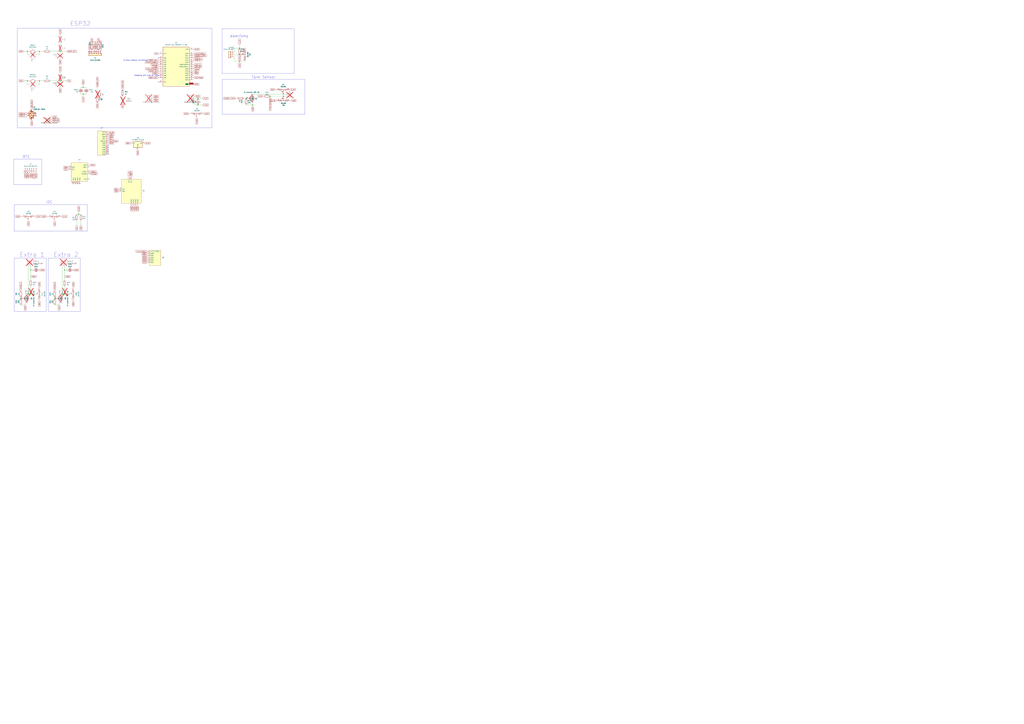
<source format=kicad_sch>
(kicad_sch
	(version 20250114)
	(generator "eeschema")
	(generator_version "9.0")
	(uuid "c26e8d55-0b6e-4c4e-b7c8-b1fed973201c")
	(paper "A0")
	(title_block
		(title "Plant Controller")
		(date "2020-12-21")
		(rev "0.4a")
		(company "C3MA")
	)
	
	(rectangle
		(start 16.51 237.744)
		(end 101.346 268.732)
		(stroke
			(width 0)
			(type default)
		)
		(fill
			(type none)
		)
		(uuid 1ed1aee0-8efb-486a-a550-066a86d5c669)
	)
	(rectangle
		(start 257.81 33.274)
		(end 341.63 85.344)
		(stroke
			(width 0)
			(type default)
		)
		(fill
			(type none)
		)
		(uuid 233c0351-cfd2-4f9e-b811-79c52fcb584d)
	)
	(rectangle
		(start 20.066 32.766)
		(end 246.126 148.59)
		(stroke
			(width 0)
			(type default)
		)
		(fill
			(type none)
		)
		(uuid 3a95b9e0-53dd-4840-b8fb-c11074eed081)
	)
	(rectangle
		(start 257.937 92.329)
		(end 354.076 132.715)
		(stroke
			(width 0)
			(type default)
		)
		(fill
			(type none)
		)
		(uuid 401e2773-4d08-4857-a7c2-f2ab6055fbac)
	)
	(rectangle
		(start 56.134 299.72)
		(end 92.964 361.95)
		(stroke
			(width 0)
			(type default)
		)
		(fill
			(type none)
		)
		(uuid 4b87a272-0a96-40f8-a42c-0bb4a8b95af2)
	)
	(rectangle
		(start 16.764 299.72)
		(end 53.594 361.95)
		(stroke
			(width 0)
			(type default)
		)
		(fill
			(type none)
		)
		(uuid 9180d8ab-03ef-414a-9b16-36a21edb22c2)
	)
	(rectangle
		(start 15.748 184.912)
		(end 48.26 214.63)
		(stroke
			(width 0)
			(type default)
		)
		(fill
			(type none)
		)
		(uuid f1cb09e6-74b4-43c4-8247-c9f441069dc5)
	)
	(text "To Allow Wakeup via interrupt"
		(exclude_from_sim no)
		(at 157.734 70.104 0)
		(effects
			(font
				(size 1.27 1.27)
			)
		)
		(uuid "2a2b2787-1ab7-4400-91a4-ad0dd84a1701")
	)
	(text "ESP32"
		(exclude_from_sim no)
		(at 81.28 30.48 0)
		(effects
			(font
				(size 5 5)
			)
			(justify left bottom)
		)
		(uuid "3279e749-d62b-45dc-920c-a4d4fc61f21f")
	)
	(text "Tank Sensor"
		(exclude_from_sim no)
		(at 292.1 91.44 0)
		(effects
			(font
				(size 3 3)
			)
			(justify left bottom)
		)
		(uuid "45d00ce1-d24d-4745-b54e-c4c2e50e0191")
	)
	(text "WaterTemp"
		(exclude_from_sim no)
		(at 266.954 43.688 0)
		(effects
			(font
				(size 2.667 2.667)
			)
			(justify left bottom)
		)
		(uuid "59c9990c-80fa-43e9-8e04-020dc8e86397")
	)
	(text "strapping pint must be high"
		(exclude_from_sim no)
		(at 169.672 87.63 0)
		(effects
			(font
				(size 1.27 1.27)
			)
		)
		(uuid "7b27cd3b-0694-416b-8a4d-db02b61ad3f5")
	)
	(text "Extra 2"
		(exclude_from_sim no)
		(at 61.976 299.212 0)
		(effects
			(font
				(size 5.2578 5.2578)
			)
			(justify left bottom)
		)
		(uuid "7d4d3c2e-0309-4db4-bb1b-ebcee691b404")
	)
	(text "I2C\n"
		(exclude_from_sim no)
		(at 53.34 236.728 0)
		(effects
			(font
				(size 3 3)
			)
			(justify left bottom)
		)
		(uuid "7ded9190-4a97-4053-98a7-9fc80b60531c")
	)
	(text "RTC"
		(exclude_from_sim no)
		(at 26.416 184.15 0)
		(effects
			(font
				(size 3 3)
			)
			(justify left bottom)
		)
		(uuid "9240960d-2696-4574-a275-d22681c8f19f")
	)
	(text "Extra 1"
		(exclude_from_sim no)
		(at 22.606 299.212 0)
		(effects
			(font
				(size 5.2578 5.2578)
			)
			(justify left bottom)
		)
		(uuid "bb806151-ed93-4260-a513-d3f8a6d3ffec")
	)
	(junction
		(at 31.75 59.69)
		(diameter 0)
		(color 0 0 0 0)
		(uuid "0c801748-df91-4145-83f3-9b19cb585cd0")
	)
	(junction
		(at 35.56 341.63)
		(diameter 0)
		(color 0 0 0 0)
		(uuid "2bef4bea-bb62-4daf-b15b-75895c8a59b4")
	)
	(junction
		(at 33.02 341.63)
		(diameter 0)
		(color 0 0 0 0)
		(uuid "2bf0bdd6-2ca0-4de5-a401-4629c798d1e3")
	)
	(junction
		(at 69.85 59.69)
		(diameter 0)
		(color 0 0 0 0)
		(uuid "44bf766d-2222-4637-ada1-6cbff94abbf8")
	)
	(junction
		(at 278.13 63.5)
		(diameter 0)
		(color 0 0 0 0)
		(uuid "46c0ba75-4154-464f-9e5c-4307b07d2698")
	)
	(junction
		(at 91.44 248.92)
		(diameter 0)
		(color 0 0 0 0)
		(uuid "59cefdea-f0fc-4a2c-8ab5-1fb284bbff64")
	)
	(junction
		(at 35.56 313.69)
		(diameter 0)
		(color 0 0 0 0)
		(uuid "7c4ad104-5060-4b7f-8d45-809ed7f43289")
	)
	(junction
		(at 229.87 121.92)
		(diameter 0)
		(color 0 0 0 0)
		(uuid "80d65bc6-dba9-4812-bdea-0cc2f75d7859")
	)
	(junction
		(at 45.72 59.69)
		(diameter 0)
		(color 0 0 0 0)
		(uuid "a3104c80-278d-416a-b409-fd08d784c6c7")
	)
	(junction
		(at 293.37 121.92)
		(diameter 0)
		(color 0 0 0 0)
		(uuid "a9f9fd58-5fa0-4a3e-95c3-fc0252fa5af0")
	)
	(junction
		(at 285.75 114.3)
		(diameter 0)
		(color 0 0 0 0)
		(uuid "b0e4d6c4-9f37-4b7c-a61f-79c11d6c2915")
	)
	(junction
		(at 328.93 109.22)
		(diameter 0)
		(color 0 0 0 0)
		(uuid "b45885ae-1b76-41c5-80ca-f3da7767748a")
	)
	(junction
		(at 24.13 346.71)
		(diameter 0)
		(color 0 0 0 0)
		(uuid "c29ddec9-e0e6-459d-aa76-01ba1da21bc6")
	)
	(junction
		(at 45.72 93.98)
		(diameter 0)
		(color 0 0 0 0)
		(uuid "c39add44-ba76-41fb-8f18-28fa0366e282")
	)
	(junction
		(at 72.39 341.63)
		(diameter 0)
		(color 0 0 0 0)
		(uuid "cd5c9130-70fb-4c6b-8ad5-eb6ea3ac0bdb")
	)
	(junction
		(at 31.75 93.98)
		(diameter 0)
		(color 0 0 0 0)
		(uuid "d2b0a197-1410-44de-bdc3-e63959ff5b39")
	)
	(junction
		(at 313.69 111.76)
		(diameter 0)
		(color 0 0 0 0)
		(uuid "d5a62d30-8595-4b2d-b77f-2c8c05e3af0b")
	)
	(junction
		(at 278.13 71.12)
		(diameter 0)
		(color 0 0 0 0)
		(uuid "d799f9e7-9ba0-4c73-ab01-d2e64da7f370")
	)
	(junction
		(at 229.87 114.3)
		(diameter 0)
		(color 0 0 0 0)
		(uuid "d87ec7ee-a984-4873-af6a-591dbaf9505a")
	)
	(junction
		(at 74.93 313.69)
		(diameter 0)
		(color 0 0 0 0)
		(uuid "db211aab-6cf1-4a4c-b2bd-2355f82384e0")
	)
	(junction
		(at 328.93 111.76)
		(diameter 0)
		(color 0 0 0 0)
		(uuid "df6d7758-99c5-489b-9654-8c13c4c38e3d")
	)
	(junction
		(at 278.13 55.88)
		(diameter 0)
		(color 0 0 0 0)
		(uuid "e02eebd3-438f-4aea-a333-95525a446142")
	)
	(junction
		(at 96.52 109.22)
		(diameter 0)
		(color 0 0 0 0)
		(uuid "eccbfa59-0c6d-47df-8d18-db1d8a427072")
	)
	(junction
		(at 69.85 93.98)
		(diameter 0)
		(color 0 0 0 0)
		(uuid "ed603a96-a752-490d-9f6b-e11a5c28a267")
	)
	(junction
		(at 96.52 101.6)
		(diameter 0)
		(color 0 0 0 0)
		(uuid "f1a67806-2122-488a-be9e-3def99cac9b4")
	)
	(junction
		(at 74.93 341.63)
		(diameter 0)
		(color 0 0 0 0)
		(uuid "f411ed64-9cd8-41e6-9c45-19388dc3fd14")
	)
	(junction
		(at 63.5 346.71)
		(diameter 0)
		(color 0 0 0 0)
		(uuid "fb2b919c-6424-4e40-bed3-beeb848f4f99")
	)
	(no_connect
		(at 125.73 171.45)
		(uuid "042a3c4f-fc7c-485c-aabe-1c632984d65c")
	)
	(no_connect
		(at 31.75 200.66)
		(uuid "133b7027-41a1-4e09-a1e6-24d8bb033b2a")
	)
	(no_connect
		(at 87.63 213.36)
		(uuid "1fef6aa9-e16e-4e30-ab2e-e5c200731dbd")
	)
	(no_connect
		(at 125.73 168.91)
		(uuid "220cb3ea-a614-400f-bc7e-e4f25676ccde")
	)
	(no_connect
		(at 125.73 179.07)
		(uuid "2d6d2844-0bae-404d-983e-7920a21aa69d")
	)
	(no_connect
		(at 184.15 67.31)
		(uuid "6d645bf1-339f-4b38-a26a-bdd168ca591e")
	)
	(no_connect
		(at 41.91 134.62)
		(uuid "6e3bf7f5-ac34-42e8-8ef5-a375f9ec4670")
	)
	(no_connect
		(at 90.17 213.36)
		(uuid "75413bf3-b323-4714-939b-59525bfb8740")
	)
	(no_connect
		(at 85.09 213.36)
		(uuid "846877b5-837c-45e1-a696-bb6e3ba13626")
	)
	(no_connect
		(at 125.73 176.53)
		(uuid "a8390fcb-9988-423b-8423-db0e0be81954")
	)
	(no_connect
		(at 29.21 200.66)
		(uuid "a8b1637e-8d2e-4941-b9bd-532be9ff9ba7")
	)
	(no_connect
		(at 92.71 213.36)
		(uuid "ae780baf-89ea-432c-ab88-1d97b3aa7029")
	)
	(no_connect
		(at 125.73 173.99)
		(uuid "bda4f916-338e-4b7c-b30e-30438aa9ebae")
	)
	(no_connect
		(at 41.91 132.08)
		(uuid "d86b8e60-6beb-4fca-8d73-f997d63653a6")
	)
	(no_connect
		(at 184.15 87.63)
		(uuid "f3c5dacd-33c5-408d-ad7a-be143502967e")
	)
	(wire
		(pts
			(xy 41.91 63.5) (xy 45.72 63.5)
		)
		(stroke
			(width 0)
			(type default)
		)
		(uuid "0177a789-58ee-4342-a75b-6dc9759a0292")
	)
	(wire
		(pts
			(xy 74.93 341.63) (xy 80.01 341.63)
		)
		(stroke
			(width 0)
			(type default)
		)
		(uuid "120ebb1b-6e37-49ed-b620-6eb109e270e3")
	)
	(wire
		(pts
			(xy 71.12 351.79) (xy 68.58 351.79)
		)
		(stroke
			(width 0)
			(type default)
		)
		(uuid "12d48094-20d6-4dd4-9b87-9b37592b7583")
	)
	(wire
		(pts
			(xy 96.52 109.22) (xy 96.52 111.76)
		)
		(stroke
			(width 0)
			(type default)
		)
		(uuid "1ab70c7f-b32b-445d-9855-6db940558137")
	)
	(wire
		(pts
			(xy 43.18 59.69) (xy 45.72 59.69)
		)
		(stroke
			(width 0)
			(type default)
		)
		(uuid "1ca63fb6-baf6-4191-bb5e-78a70eea690f")
	)
	(wire
		(pts
			(xy 229.87 114.3) (xy 234.95 114.3)
		)
		(stroke
			(width 0)
			(type default)
		)
		(uuid "1ee75389-371d-4303-a4c9-a6fef7dc46c8")
	)
	(wire
		(pts
			(xy 69.85 93.98) (xy 77.47 93.98)
		)
		(stroke
			(width 0)
			(type default)
		)
		(uuid "21cbfe94-5ca9-4e05-91f8-af8286db52f0")
	)
	(wire
		(pts
			(xy 275.59 114.3) (xy 274.32 114.3)
		)
		(stroke
			(width 0)
			(type default)
		)
		(uuid "2b5e2002-4910-4b28-b2af-64df078c8f37")
	)
	(wire
		(pts
			(xy 24.13 345.44) (xy 24.13 346.71)
		)
		(stroke
			(width 0)
			(type default)
		)
		(uuid "2daf10fb-bf25-4624-8b12-9ecb2739a811")
	)
	(wire
		(pts
			(xy 34.29 97.79) (xy 31.75 97.79)
		)
		(stroke
			(width 0)
			(type default)
		)
		(uuid "31699884-19e8-4f5a-acb0-7aab16d601da")
	)
	(wire
		(pts
			(xy 45.72 63.5) (xy 45.72 59.69)
		)
		(stroke
			(width 0)
			(type default)
		)
		(uuid "31bf5f35-13b7-4fbb-8116-6685511be1f0")
	)
	(wire
		(pts
			(xy 29.21 351.79) (xy 29.21 354.33)
		)
		(stroke
			(width 0)
			(type default)
		)
		(uuid "31ffa7ad-1b60-4f81-a75d-759e6c99fc66")
	)
	(wire
		(pts
			(xy 35.56 313.69) (xy 35.56 309.88)
		)
		(stroke
			(width 0)
			(type default)
		)
		(uuid "3485c98e-42fd-4962-baeb-f49dc1271407")
	)
	(wire
		(pts
			(xy 278.13 52.07) (xy 278.13 55.88)
		)
		(stroke
			(width 0)
			(type default)
		)
		(uuid "36492ecb-e83c-44ed-bce9-108634ac94ff")
	)
	(wire
		(pts
			(xy 35.56 341.63) (xy 40.64 341.63)
		)
		(stroke
			(width 0)
			(type default)
		)
		(uuid "398bc1ad-11e7-49fc-bab0-36ac7dcafc65")
	)
	(wire
		(pts
			(xy 31.75 351.79) (xy 29.21 351.79)
		)
		(stroke
			(width 0)
			(type default)
		)
		(uuid "3a08e8bf-f632-4ee9-8c81-38720a917cf3")
	)
	(wire
		(pts
			(xy 96.52 101.6) (xy 100.33 101.6)
		)
		(stroke
			(width 0)
			(type default)
		)
		(uuid "3dce1630-8f07-4681-bb48-60204f907b65")
	)
	(wire
		(pts
			(xy 74.93 313.69) (xy 74.93 325.12)
		)
		(stroke
			(width 0)
			(type default)
		)
		(uuid "3ff42459-900c-4649-bbc4-ab8737f50082")
	)
	(wire
		(pts
			(xy 72.39 309.88) (xy 72.39 341.63)
		)
		(stroke
			(width 0)
			(type default)
		)
		(uuid "44ae3783-0bc5-433b-8db2-8b8f87531e12")
	)
	(wire
		(pts
			(xy 226.06 114.3) (xy 229.87 114.3)
		)
		(stroke
			(width 0)
			(type default)
		)
		(uuid "44b868eb-c1c8-4396-a25b-1ed4bffa5df2")
	)
	(wire
		(pts
			(xy 271.78 55.88) (xy 278.13 55.88)
		)
		(stroke
			(width 0)
			(type default)
		)
		(uuid "466941da-e72c-4754-9ae3-e5f3e0803017")
	)
	(wire
		(pts
			(xy 320.04 104.14) (xy 321.31 104.14)
		)
		(stroke
			(width 0)
			(type default)
		)
		(uuid "4763bbcb-eda9-4ab0-ad66-1b29bb694dd2")
	)
	(wire
		(pts
			(xy 31.75 59.69) (xy 33.02 59.69)
		)
		(stroke
			(width 0)
			(type default)
		)
		(uuid "483615ee-41ef-48f3-bab8-747913a3b96f")
	)
	(wire
		(pts
			(xy 74.93 313.69) (xy 74.93 309.88)
		)
		(stroke
			(width 0)
			(type default)
		)
		(uuid "4856e7d5-dad7-4499-8e48-3f7304874107")
	)
	(wire
		(pts
			(xy 35.56 313.69) (xy 38.1 313.69)
		)
		(stroke
			(width 0)
			(type default)
		)
		(uuid "4abb9a39-702d-4e8c-a8d7-0cf6650dcf1a")
	)
	(wire
		(pts
			(xy 69.85 86.36) (xy 69.85 83.82)
		)
		(stroke
			(width 0)
			(type default)
		)
		(uuid "4bb38bb9-7c08-4826-a42b-21192907f190")
	)
	(wire
		(pts
			(xy 69.85 59.69) (xy 77.47 59.69)
		)
		(stroke
			(width 0)
			(type default)
		)
		(uuid "5256d83b-af0e-4569-b35e-4538fa9f0c95")
	)
	(wire
		(pts
			(xy 31.75 93.98) (xy 31.75 97.79)
		)
		(stroke
			(width 0)
			(type default)
		)
		(uuid "536ecfb7-07b7-4bf3-b53a-4fdb8c0b7f89")
	)
	(wire
		(pts
			(xy 45.72 59.69) (xy 50.8 59.69)
		)
		(stroke
			(width 0)
			(type default)
		)
		(uuid "54ca3150-def0-4bc3-8825-96aab67dcdc1")
	)
	(wire
		(pts
			(xy 69.85 49.53) (xy 69.85 52.07)
		)
		(stroke
			(width 0)
			(type default)
		)
		(uuid "55bd0438-7295-46aa-bd32-0ce2fda20b0b")
	)
	(wire
		(pts
			(xy 293.37 109.22) (xy 328.93 109.22)
		)
		(stroke
			(width 0)
			(type default)
		)
		(uuid "60a62d88-28f4-4168-abad-a0a075987d66")
	)
	(wire
		(pts
			(xy 219.71 132.08) (xy 220.98 132.08)
		)
		(stroke
			(width 0)
			(type default)
		)
		(uuid "62e15c17-7df5-475e-b103-0d4f69dd85c3")
	)
	(wire
		(pts
			(xy 226.06 116.84) (xy 226.06 121.92)
		)
		(stroke
			(width 0)
			(type default)
		)
		(uuid "644eabac-1c27-416e-bf4d-750948deadf2")
	)
	(wire
		(pts
			(xy 27.94 93.98) (xy 31.75 93.98)
		)
		(stroke
			(width 0)
			(type default)
		)
		(uuid "658cd722-822e-4271-af54-fd25a45efbeb")
	)
	(wire
		(pts
			(xy 74.93 334.01) (xy 74.93 332.74)
		)
		(stroke
			(width 0)
			(type default)
		)
		(uuid "666ce09a-0a0c-491a-bb39-4cbbb328181f")
	)
	(wire
		(pts
			(xy 72.39 341.63) (xy 71.12 341.63)
		)
		(stroke
			(width 0)
			(type default)
		)
		(uuid "6d047e78-eceb-4684-ac3f-c76ea2db8034")
	)
	(wire
		(pts
			(xy 69.85 59.69) (xy 69.85 60.96)
		)
		(stroke
			(width 0)
			(type default)
		)
		(uuid "700ef27d-1afc-4474-9c7e-7495dfb2cd41")
	)
	(wire
		(pts
			(xy 91.44 246.38) (xy 91.44 248.92)
		)
		(stroke
			(width 0)
			(type default)
		)
		(uuid "70866635-ddea-48d8-8718-83534d7ee14b")
	)
	(wire
		(pts
			(xy 96.52 99.06) (xy 96.52 101.6)
		)
		(stroke
			(width 0)
			(type default)
		)
		(uuid "722ee4f9-72ec-47c5-8af9-2593b457c9f6")
	)
	(wire
		(pts
			(xy 63.5 345.44) (xy 63.5 346.71)
		)
		(stroke
			(width 0)
			(type default)
		)
		(uuid "74091b03-ef55-4172-9d0a-d152352c23d4")
	)
	(wire
		(pts
			(xy 93.98 101.6) (xy 96.52 101.6)
		)
		(stroke
			(width 0)
			(type default)
		)
		(uuid "74b2227a-fa56-4549-b733-9557b9413712")
	)
	(wire
		(pts
			(xy 45.72 93.98) (xy 45.72 97.79)
		)
		(stroke
			(width 0)
			(type default)
		)
		(uuid "76babe23-9fed-45a3-9579-567c56af29ba")
	)
	(wire
		(pts
			(xy 33.02 341.63) (xy 35.56 341.63)
		)
		(stroke
			(width 0)
			(type default)
		)
		(uuid "79efefe3-2f9a-4adc-8d8e-3d3c4fd080ba")
	)
	(wire
		(pts
			(xy 34.29 63.5) (xy 31.75 63.5)
		)
		(stroke
			(width 0)
			(type default)
		)
		(uuid "7d485185-3d6f-4ba3-a470-0c5cd8a21f08")
	)
	(wire
		(pts
			(xy 31.75 93.98) (xy 33.02 93.98)
		)
		(stroke
			(width 0)
			(type default)
		)
		(uuid "7e0b43c8-36f8-4add-a349-afdc2cb53952")
	)
	(wire
		(pts
			(xy 271.78 71.12) (xy 278.13 71.12)
		)
		(stroke
			(width 0)
			(type default)
		)
		(uuid "80434ffa-f919-4d72-8038-56a22544dbf9")
	)
	(wire
		(pts
			(xy 93.98 109.22) (xy 96.52 109.22)
		)
		(stroke
			(width 0)
			(type default)
		)
		(uuid "8407ac68-3faf-4589-b1de-98116c7b6a4f")
	)
	(wire
		(pts
			(xy 278.13 63.5) (xy 279.4 63.5)
		)
		(stroke
			(width 0)
			(type default)
		)
		(uuid "85d1d84c-fd22-4545-baea-ced839ab08b1")
	)
	(wire
		(pts
			(xy 24.13 251.46) (xy 25.4 251.46)
		)
		(stroke
			(width 0)
			(type default)
		)
		(uuid "8c027af5-0ec1-4c51-959c-ea99286f05f4")
	)
	(wire
		(pts
			(xy 113.03 101.6) (xy 113.03 104.14)
		)
		(stroke
			(width 0)
			(type default)
		)
		(uuid "906456f1-74dc-4cc0-8aa6-e1b12a5b0326")
	)
	(wire
		(pts
			(xy 271.78 66.04) (xy 271.78 71.12)
		)
		(stroke
			(width 0)
			(type default)
		)
		(uuid "91e75e41-3d05-4931-9e4d-b6a0534378d1")
	)
	(wire
		(pts
			(xy 285.75 121.92) (xy 293.37 121.92)
		)
		(stroke
			(width 0)
			(type default)
		)
		(uuid "91ee550a-c477-47ca-85c9-86517cb173f8")
	)
	(wire
		(pts
			(xy 68.58 351.79) (xy 68.58 354.33)
		)
		(stroke
			(width 0)
			(type default)
		)
		(uuid "93314357-f2cf-4957-a6b1-9d033873da88")
	)
	(wire
		(pts
			(xy 293.37 121.92) (xy 293.37 123.19)
		)
		(stroke
			(width 0)
			(type default)
		)
		(uuid "93c0481b-aacd-483f-a8cc-de3fae8dd8cf")
	)
	(wire
		(pts
			(xy 88.9 256.54) (xy 88.9 261.62)
		)
		(stroke
			(width 0)
			(type default)
		)
		(uuid "93c17db2-793e-4a58-8c7e-ff5af9ec0b01")
	)
	(wire
		(pts
			(xy 226.06 121.92) (xy 229.87 121.92)
		)
		(stroke
			(width 0)
			(type default)
		)
		(uuid "97d339c5-225b-44e6-942d-fe692ed2713c")
	)
	(wire
		(pts
			(xy 278.13 71.12) (xy 284.48 71.12)
		)
		(stroke
			(width 0)
			(type default)
		)
		(uuid "99c7b492-11b3-4968-bb47-e0e498beb4f4")
	)
	(wire
		(pts
			(xy 93.98 261.62) (xy 93.98 256.54)
		)
		(stroke
			(width 0)
			(type default)
		)
		(uuid "a0dea2ad-b1d7-490e-8617-4f6f933c9a95")
	)
	(wire
		(pts
			(xy 58.42 93.98) (xy 69.85 93.98)
		)
		(stroke
			(width 0)
			(type default)
		)
		(uuid "a650c4ef-35d1-41cc-a1b8-2f4d039def3e")
	)
	(wire
		(pts
			(xy 45.72 93.98) (xy 50.8 93.98)
		)
		(stroke
			(width 0)
			(type default)
		)
		(uuid "a6f20c79-82b3-4cbc-a418-b3e892edf979")
	)
	(wire
		(pts
			(xy 229.87 121.92) (xy 234.95 121.92)
		)
		(stroke
			(width 0)
			(type default)
		)
		(uuid "a9a80599-37da-40a1-aecd-15d6cb538347")
	)
	(wire
		(pts
			(xy 41.91 97.79) (xy 45.72 97.79)
		)
		(stroke
			(width 0)
			(type default)
		)
		(uuid "b0727bbf-4aa0-4f1f-a393-5a2444607ca8")
	)
	(wire
		(pts
			(xy 43.18 93.98) (xy 45.72 93.98)
		)
		(stroke
			(width 0)
			(type default)
		)
		(uuid "b34bc502-57b5-42ca-a1e3-e37a6b18fa8a")
	)
	(wire
		(pts
			(xy 293.37 121.92) (xy 293.37 119.38)
		)
		(stroke
			(width 0)
			(type default)
		)
		(uuid "b5a66bcd-3d77-4fc3-a7ef-9522ea59d5b4")
	)
	(wire
		(pts
			(xy 278.13 71.12) (xy 278.13 72.39)
		)
		(stroke
			(width 0)
			(type default)
		)
		(uuid "b8e1344d-eebb-405e-bf45-bf7286818846")
	)
	(wire
		(pts
			(xy 72.39 341.63) (xy 74.93 341.63)
		)
		(stroke
			(width 0)
			(type default)
		)
		(uuid "bcbdfbfe-813b-406c-8e78-ecf377694e4b")
	)
	(wire
		(pts
			(xy 278.13 55.88) (xy 284.48 55.88)
		)
		(stroke
			(width 0)
			(type default)
		)
		(uuid "c3c4e6a5-ffd0-4949-b1ed-9dbac4816a31")
	)
	(wire
		(pts
			(xy 31.75 63.5) (xy 31.75 59.69)
		)
		(stroke
			(width 0)
			(type default)
		)
		(uuid "c64f7182-b1d1-414b-8311-bf9c8def56b0")
	)
	(wire
		(pts
			(xy 27.94 59.69) (xy 31.75 59.69)
		)
		(stroke
			(width 0)
			(type default)
		)
		(uuid "c80e2422-7139-49dc-b3f9-625263c3cdf8")
	)
	(wire
		(pts
			(xy 313.69 111.76) (xy 313.69 113.03)
		)
		(stroke
			(width 0)
			(type default)
		)
		(uuid "d015eee5-e700-4aae-9740-7584ac86f2dc")
	)
	(wire
		(pts
			(xy 69.85 40.64) (xy 69.85 41.91)
		)
		(stroke
			(width 0)
			(type default)
		)
		(uuid "d32bf4e8-ecff-4ac9-ad29-ae1c8bda82d7")
	)
	(wire
		(pts
			(xy 33.02 341.63) (xy 31.75 341.63)
		)
		(stroke
			(width 0)
			(type default)
		)
		(uuid "d3a8bba0-f6b8-492c-bd32-cf4f52b3a460")
	)
	(wire
		(pts
			(xy 271.78 60.96) (xy 271.78 55.88)
		)
		(stroke
			(width 0)
			(type default)
		)
		(uuid "db1449f4-7508-4d35-a59d-651f6bb67398")
	)
	(wire
		(pts
			(xy 68.58 354.33) (xy 63.5 354.33)
		)
		(stroke
			(width 0)
			(type default)
		)
		(uuid "de6ae241-6a11-4acc-aa73-4a79d3e05390")
	)
	(wire
		(pts
			(xy 328.93 111.76) (xy 331.47 111.76)
		)
		(stroke
			(width 0)
			(type default)
		)
		(uuid "e1cb434d-ad4f-4f8f-9de9-d90ae9cd1c77")
	)
	(wire
		(pts
			(xy 283.21 114.3) (xy 285.75 114.3)
		)
		(stroke
			(width 0)
			(type default)
		)
		(uuid "e2df7712-ab61-410a-b1b8-e5fe74794534")
	)
	(wire
		(pts
			(xy 54.61 251.46) (xy 55.88 251.46)
		)
		(stroke
			(width 0)
			(type default)
		)
		(uuid "e3114c64-3a58-46b0-a670-c83661c7de49")
	)
	(wire
		(pts
			(xy 313.69 111.76) (xy 328.93 111.76)
		)
		(stroke
			(width 0)
			(type default)
		)
		(uuid "ed1859d2-f596-4cb5-a5ad-7acc9d34a435")
	)
	(wire
		(pts
			(xy 35.56 313.69) (xy 35.56 325.12)
		)
		(stroke
			(width 0)
			(type default)
		)
		(uuid "ed1fd11f-d09d-48a9-9ccc-935ebda3f31e")
	)
	(wire
		(pts
			(xy 58.42 59.69) (xy 69.85 59.69)
		)
		(stroke
			(width 0)
			(type default)
		)
		(uuid "efe43904-6098-445c-abdc-2bc8ca9294e5")
	)
	(wire
		(pts
			(xy 328.93 109.22) (xy 331.47 109.22)
		)
		(stroke
			(width 0)
			(type default)
		)
		(uuid "f0fe1774-fe0e-4df8-8b74-3ff52c87b757")
	)
	(wire
		(pts
			(xy 337.82 116.84) (xy 336.55 116.84)
		)
		(stroke
			(width 0)
			(type default)
		)
		(uuid "f1a50e89-e842-4523-8212-2d0c94809628")
	)
	(wire
		(pts
			(xy 96.52 109.22) (xy 100.33 109.22)
		)
		(stroke
			(width 0)
			(type default)
		)
		(uuid "f1c085fa-3dc9-4e20-974e-d9de9c622474")
	)
	(wire
		(pts
			(xy 29.21 354.33) (xy 24.13 354.33)
		)
		(stroke
			(width 0)
			(type default)
		)
		(uuid "f2e01eb8-dda0-4f4c-a50c-8fd5751acfb1")
	)
	(wire
		(pts
			(xy 35.56 334.01) (xy 35.56 332.74)
		)
		(stroke
			(width 0)
			(type default)
		)
		(uuid "f3bf6e36-aa7c-4ac8-8639-188ecb6b8e30")
	)
	(wire
		(pts
			(xy 88.9 248.92) (xy 91.44 248.92)
		)
		(stroke
			(width 0)
			(type default)
		)
		(uuid "f5e7d45d-4790-4305-9401-f604f4076991")
	)
	(wire
		(pts
			(xy 271.78 63.5) (xy 278.13 63.5)
		)
		(stroke
			(width 0)
			(type default)
		)
		(uuid "f9c01c92-19e3-4daa-9743-ed08778d5561")
	)
	(wire
		(pts
			(xy 33.02 309.88) (xy 33.02 341.63)
		)
		(stroke
			(width 0)
			(type default)
		)
		(uuid "fa43ccc0-370c-4fdb-a0d8-dd3f4f7e79e7")
	)
	(wire
		(pts
			(xy 74.93 313.69) (xy 77.47 313.69)
		)
		(stroke
			(width 0)
			(type default)
		)
		(uuid "fcaf42a8-4767-4fa9-907c-897f08df9f9c")
	)
	(wire
		(pts
			(xy 91.44 248.92) (xy 93.98 248.92)
		)
		(stroke
			(width 0)
			(type default)
		)
		(uuid "ff6dab05-366f-49e5-b875-92ab1629809b")
	)
	(global_label "GND"
		(shape input)
		(at 85.09 334.01 90)
		(fields_autoplaced yes)
		(effects
			(font
				(size 1.27 1.27)
			)
			(justify left)
		)
		(uuid "01f0ce47-812c-4593-960f-ca9592317683")
		(property "Intersheetrefs" "${INTERSHEET_REFS}"
			(at 85.09 327.1543 90)
			(effects
				(font
					(size 1.27 1.27)
				)
				(justify left)
				(hide yes)
			)
		)
	)
	(global_label "TANK_SENSOR"
		(shape input)
		(at 184.15 80.01 180)
		(fields_autoplaced yes)
		(effects
			(font
				(size 1.27 1.27)
			)
			(justify right)
		)
		(uuid "0277878d-a4a6-4231-8b67-d156df63670e")
		(property "Intersheetrefs" "${INTERSHEET_REFS}"
			(at 168.6957 80.01 0)
			(effects
				(font
					(size 1.27 1.27)
				)
				(justify right)
				(hide yes)
			)
		)
	)
	(global_label "GND"
		(shape input)
		(at 337.82 116.84 0)
		(fields_autoplaced yes)
		(effects
			(font
				(size 1.27 1.27)
			)
			(justify left)
		)
		(uuid "05c81bef-81a5-4a36-ab49-e60fb7156524")
		(property "Intersheetrefs" "${INTERSHEET_REFS}"
			(at 343.9421 116.84 0)
			(effects
				(font
					(size 1.27 1.27)
				)
				(justify left)
				(hide yes)
			)
		)
	)
	(global_label "3_3V"
		(shape input)
		(at 321.31 116.84 180)
		(fields_autoplaced yes)
		(effects
			(font
				(size 1.27 1.27)
			)
			(justify right)
		)
		(uuid "05d6d37f-4aa5-4dd8-a14c-e60a7d890ed1")
		(property "Intersheetrefs" "${INTERSHEET_REFS}"
			(at 314.5832 116.84 0)
			(effects
				(font
					(size 1.27 1.27)
				)
				(justify right)
				(hide yes)
			)
		)
	)
	(global_label "VBAT"
		(shape input)
		(at 152.4 205.74 90)
		(fields_autoplaced yes)
		(effects
			(font
				(size 1.27 1.27)
			)
			(justify left)
		)
		(uuid "06c8a595-7bf2-4dd7-a4f0-ac17b2d46649")
		(property "Intersheetrefs" "${INTERSHEET_REFS}"
			(at 152.4 198.9942 90)
			(effects
				(font
					(size 1.27 1.27)
				)
				(justify left)
				(hide yes)
			)
		)
	)
	(global_label "GND"
		(shape input)
		(at 320.04 104.14 180)
		(fields_autoplaced yes)
		(effects
			(font
				(size 1.27 1.27)
			)
			(justify right)
		)
		(uuid "07eb776c-3b6c-493d-938d-f5eeb93bb30f")
		(property "Intersheetrefs" "${INTERSHEET_REFS}"
			(at 313.9179 104.14 0)
			(effects
				(font
					(size 1.27 1.27)
				)
				(justify right)
				(hide yes)
			)
		)
	)
	(global_label "GND"
		(shape input)
		(at 96.52 99.06 90)
		(fields_autoplaced yes)
		(effects
			(font
				(size 1.27 1.27)
			)
			(justify left)
		)
		(uuid "07f2735a-5fa4-495f-a960-1a2fafe677bd")
		(property "Intersheetrefs" "${INTERSHEET_REFS}"
			(at 96.52 92.9379 90)
			(effects
				(font
					(size 1.27 1.27)
				)
				(justify left)
				(hide yes)
			)
		)
	)
	(global_label "3_3V"
		(shape input)
		(at 149.86 205.74 90)
		(fields_autoplaced yes)
		(effects
			(font
				(size 1.27 1.27)
			)
			(justify left)
		)
		(uuid "09a7e979-4a18-4d80-a7c2-c9c10cdbfd9d")
		(property "Intersheetrefs" "${INTERSHEET_REFS}"
			(at 149.86 198.9338 90)
			(effects
				(font
					(size 1.27 1.27)
				)
				(justify left)
				(hide yes)
			)
		)
	)
	(global_label "GND"
		(shape input)
		(at 226.06 111.76 0)
		(fields_autoplaced yes)
		(effects
			(font
				(size 1.27 1.27)
			)
			(justify left)
		)
		(uuid "09df9ed6-1e8f-41ca-830c-ab300f318c83")
		(property "Intersheetrefs" "${INTERSHEET_REFS}"
			(at 232.2615 111.76 0)
			(effects
				(font
					(size 1.27 1.27)
				)
				(justify left)
				(hide yes)
			)
		)
	)
	(global_label "Charge"
		(shape input)
		(at 184.15 74.93 180)
		(fields_autoplaced yes)
		(effects
			(font
				(size 1.27 1.27)
			)
			(justify right)
		)
		(uuid "0d0161bc-7240-4eee-8726-d1822cffb0f6")
		(property "Intersheetrefs" "${INTERSHEET_REFS}"
			(at 175.2272 74.93 0)
			(effects
				(font
					(size 1.27 1.27)
				)
				(justify right)
				(hide yes)
			)
		)
	)
	(global_label "USB_D-"
		(shape input)
		(at 109.22 58.42 90)
		(fields_autoplaced yes)
		(effects
			(font
				(size 1.27 1.27)
			)
			(justify left)
		)
		(uuid "0d994ccb-a63f-4416-9894-9ddfda536836")
		(property "Intersheetrefs" "${INTERSHEET_REFS}"
			(at 109.22 48.469 90)
			(effects
				(font
					(size 1.27 1.27)
				)
				(justify left)
				(hide yes)
			)
		)
	)
	(global_label "GND"
		(shape input)
		(at 154.94 238.76 270)
		(fields_autoplaced yes)
		(effects
			(font
				(size 1.27 1.27)
			)
			(justify right)
		)
		(uuid "0e2ae4f1-4564-4982-956b-ea4c210979bf")
		(property "Intersheetrefs" "${INTERSHEET_REFS}"
			(at 154.94 244.9615 90)
			(effects
				(font
					(size 1.27 1.27)
				)
				(justify right)
				(hide yes)
			)
		)
	)
	(global_label "LED_ENABLE"
		(shape input)
		(at 171.45 292.1 180)
		(fields_autoplaced yes)
		(effects
			(font
				(size 1.27 1.27)
			)
			(justify right)
		)
		(uuid "11cc9fe3-80f4-40f0-bfcd-ee01b4fd2a55")
		(property "Intersheetrefs" "${INTERSHEET_REFS}"
			(at 157.6891 292.1 0)
			(effects
				(font
					(size 1.27 1.27)
				)
				(justify right)
				(hide yes)
			)
		)
	)
	(global_label "SDA"
		(shape input)
		(at 36.83 200.66 270)
		(fields_autoplaced yes)
		(effects
			(font
				(size 1.27 1.27)
			)
			(justify right)
		)
		(uuid "15df726b-dd98-4aca-996c-07a91cdb9d7a")
		(property "Intersheetrefs" "${INTERSHEET_REFS}"
			(at 36.83 206.5591 90)
			(effects
				(font
					(size 1.27 1.27)
				)
				(justify right)
				(hide yes)
			)
		)
	)
	(global_label "GND"
		(shape input)
		(at 171.45 297.18 180)
		(fields_autoplaced yes)
		(effects
			(font
				(size 1.27 1.27)
			)
			(justify right)
		)
		(uuid "1acf831d-2a29-4a4e-a38c-6e35bf2b277f")
		(property "Intersheetrefs" "${INTERSHEET_REFS}"
			(at 165.2485 297.18 0)
			(effects
				(font
					(size 1.27 1.27)
				)
				(justify right)
				(hide yes)
			)
		)
	)
	(global_label "SDA"
		(shape input)
		(at 177.8 116.84 0)
		(fields_autoplaced yes)
		(effects
			(font
				(size 1.27 1.27)
			)
			(justify left)
		)
		(uuid "1c205131-2195-4fc5-98ca-0cab3ff1b276")
		(property "Intersheetrefs" "${INTERSHEET_REFS}"
			(at 183.6197 116.84 0)
			(effects
				(font
					(size 1.27 1.27)
				)
				(justify left)
				(hide yes)
			)
		)
	)
	(global_label "GND"
		(shape input)
		(at 293.37 123.19 270)
		(fields_autoplaced yes)
		(effects
			(font
				(size 1.27 1.27)
			)
			(justify right)
		)
		(uuid "20826301-241c-4b61-8480-c1231645cf78")
		(property "Intersheetrefs" "${INTERSHEET_REFS}"
			(at 293.37 129.3121 90)
			(effects
				(font
					(size 1.27 1.27)
				)
				(justify right)
				(hide yes)
			)
		)
	)
	(global_label "VBAT"
		(shape input)
		(at 85.09 349.25 270)
		(fields_autoplaced yes)
		(effects
			(font
				(size 1.27 1.27)
			)
			(justify right)
		)
		(uuid "23c912c6-12c3-411c-bd7f-baaa5f29c31c")
		(property "Intersheetrefs" "${INTERSHEET_REFS}"
			(at 85.09 356.65 90)
			(effects
				(font
					(size 1.27 1.27)
				)
				(justify right)
				(hide yes)
			)
		)
	)
	(global_label "GND"
		(shape input)
		(at 24.13 251.46 180)
		(fields_autoplaced yes)
		(effects
			(font
				(size 1.27 1.27)
			)
			(justify right)
		)
		(uuid "29a5ca9f-ceff-4d1f-9d68-01494322a3e8")
		(property "Intersheetrefs" "${INTERSHEET_REFS}"
			(at 18.0079 251.46 0)
			(effects
				(font
					(size 1.27 1.27)
				)
				(justify right)
				(hide yes)
			)
		)
	)
	(global_label "USB_BUS"
		(shape input)
		(at 36.83 127 90)
		(fields_autoplaced yes)
		(effects
			(font
				(size 1.27 1.27)
			)
			(justify left)
		)
		(uuid "2c73b682-c34d-4be6-90ef-25750bdd4b53")
		(property "Intersheetrefs" "${INTERSHEET_REFS}"
			(at 36.83 116.0814 90)
			(effects
				(font
					(size 1.27 1.27)
				)
				(justify left)
				(hide yes)
			)
		)
	)
	(global_label "PUMP_ENABLE"
		(shape input)
		(at 184.15 72.39 180)
		(fields_autoplaced yes)
		(effects
			(font
				(size 1.27 1.27)
			)
			(justify right)
		)
		(uuid "2e795b18-a106-4105-bbb4-8c45273e4987")
		(property "Intersheetrefs" "${INTERSHEET_REFS}"
			(at 168.5143 72.39 0)
			(effects
				(font
					(size 1.27 1.27)
				)
				(justify right)
				(hide yes)
			)
		)
	)
	(global_label "SDA"
		(shape input)
		(at 224.79 85.09 0)
		(fields_autoplaced yes)
		(effects
			(font
				(size 1.27 1.27)
			)
			(justify left)
		)
		(uuid "2eebddac-8c2f-4574-8648-38ee33af1472")
		(property "Intersheetrefs" "${INTERSHEET_REFS}"
			(at 230.6891 85.09 0)
			(effects
				(font
					(size 1.27 1.27)
				)
				(justify left)
				(hide yes)
			)
		)
	)
	(global_label "GND"
		(shape input)
		(at 160.02 173.99 270)
		(fields_autoplaced yes)
		(effects
			(font
				(size 1.27 1.27)
			)
			(justify right)
		)
		(uuid "300650e6-036d-445a-a054-e0480cee81f6")
		(property "Intersheetrefs" "${INTERSHEET_REFS}"
			(at 160.02 180.1915 90)
			(effects
				(font
					(size 1.27 1.27)
				)
				(justify right)
				(hide yes)
			)
		)
	)
	(global_label "WORKING"
		(shape input)
		(at 142.24 104.14 90)
		(fields_autoplaced yes)
		(effects
			(font
				(size 1.27 1.27)
			)
			(justify left)
		)
		(uuid "303310f5-7f76-473a-84ff-825ecc4bddd1")
		(property "Intersheetrefs" "${INTERSHEET_REFS}"
			(at 142.24 93.2818 90)
			(effects
				(font
					(size 1.27 1.27)
				)
				(justify left)
				(hide yes)
			)
		)
	)
	(global_label "FLOW"
		(shape input)
		(at 228.6 137.16 270)
		(fields_autoplaced yes)
		(effects
			(font
				(size 1.27 1.27)
			)
			(justify right)
		)
		(uuid "34231fa6-ab62-4cfa-828a-b9604edabdea")
		(property "Intersheetrefs" "${INTERSHEET_REFS}"
			(at 228.6 144.3896 90)
			(effects
				(font
					(size 1.27 1.27)
				)
				(justify right)
				(hide yes)
			)
		)
	)
	(global_label "GND"
		(shape input)
		(at 224.79 97.79 0)
		(fields_autoplaced yes)
		(effects
			(font
				(size 1.27 1.27)
			)
			(justify left)
		)
		(uuid "3952489d-2258-4eb0-b36f-fed0b81dc0f7")
		(property "Intersheetrefs" "${INTERSHEET_REFS}"
			(at 230.9121 97.79 0)
			(effects
				(font
					(size 1.27 1.27)
				)
				(justify left)
				(hide yes)
			)
		)
	)
	(global_label "EXTRA_2"
		(shape input)
		(at 63.5 337.82 90)
		(fields_autoplaced yes)
		(effects
			(font
				(size 1.27 1.27)
			)
			(justify left)
		)
		(uuid "3ab962ab-f8c1-4e7d-ba3a-b62909df85fe")
		(property "Intersheetrefs" "${INTERSHEET_REFS}"
			(at 63.5 327.6272 90)
			(effects
				(font
					(size 1.27 1.27)
				)
				(justify left)
				(hide yes)
			)
		)
	)
	(global_label "GND"
		(shape input)
		(at 171.45 302.26 180)
		(fields_autoplaced yes)
		(effects
			(font
				(size 1.27 1.27)
			)
			(justify right)
		)
		(uuid "3adfe8c5-95ca-4799-9787-aad655ffd5a2")
		(property "Intersheetrefs" "${INTERSHEET_REFS}"
			(at 165.2485 302.26 0)
			(effects
				(font
					(size 1.27 1.27)
				)
				(justify right)
				(hide yes)
			)
		)
	)
	(global_label "EXTRA_1"
		(shape input)
		(at 24.13 337.82 90)
		(fields_autoplaced yes)
		(effects
			(font
				(size 1.27 1.27)
			)
			(justify left)
		)
		(uuid "428764c2-dec7-4bbb-9ce6-8a82503ab149")
		(property "Intersheetrefs" "${INTERSHEET_REFS}"
			(at 24.13 327.6272 90)
			(effects
				(font
					(size 1.27 1.27)
				)
				(justify left)
				(hide yes)
			)
		)
	)
	(global_label "GND"
		(shape input)
		(at 59.69 135.89 0)
		(fields_autoplaced yes)
		(effects
			(font
				(size 1.27 1.27)
			)
			(justify left)
		)
		(uuid "472614c1-a2b1-4366-9d8e-904ae5de7b8a")
		(property "Intersheetrefs" "${INTERSHEET_REFS}"
			(at 65.8915 135.89 0)
			(effects
				(font
					(size 1.27 1.27)
				)
				(justify left)
				(hide yes)
			)
		)
	)
	(global_label "USB_D-"
		(shape input)
		(at 224.79 67.31 0)
		(fields_autoplaced yes)
		(effects
			(font
				(size 1.27 1.27)
			)
			(justify left)
		)
		(uuid "4762d8da-1631-45c2-a8a0-68b72266e13f")
		(property "Intersheetrefs" "${INTERSHEET_REFS}"
			(at 234.741 67.31 0)
			(effects
				(font
					(size 1.27 1.27)
				)
				(justify left)
				(hide yes)
			)
		)
	)
	(global_label "GND"
		(shape input)
		(at 85.09 313.69 0)
		(fields_autoplaced yes)
		(effects
			(font
				(size 1.27 1.27)
			)
			(justify left)
		)
		(uuid "498c91d4-2879-4126-8859-4d98590377dd")
		(property "Intersheetrefs" "${INTERSHEET_REFS}"
			(at 91.9457 313.69 0)
			(effects
				(font
					(size 1.27 1.27)
				)
				(justify left)
				(hide yes)
			)
		)
	)
	(global_label "3_3V"
		(shape input)
		(at 224.79 57.15 0)
		(fields_autoplaced yes)
		(effects
			(font
				(size 1.27 1.27)
			)
			(justify left)
		)
		(uuid "4b58c183-fef7-4f16-8227-b9c944318b7a")
		(property "Intersheetrefs" "${INTERSHEET_REFS}"
			(at 231.5962 57.15 0)
			(effects
				(font
					(size 1.27 1.27)
				)
				(justify left)
				(hide yes)
			)
		)
	)
	(global_label "GND"
		(shape input)
		(at 219.71 132.08 180)
		(fields_autoplaced yes)
		(effects
			(font
				(size 1.27 1.27)
			)
			(justify right)
		)
		(uuid "4e1f5596-4d13-4a09-8265-b9712f406076")
		(property "Intersheetrefs" "${INTERSHEET_REFS}"
			(at 213.5879 132.08 0)
			(effects
				(font
					(size 1.27 1.27)
				)
				(justify right)
				(hide yes)
			)
		)
	)
	(global_label "LED_ENABLE"
		(shape input)
		(at 224.79 62.23 0)
		(fields_autoplaced yes)
		(effects
			(font
				(size 1.27 1.27)
			)
			(justify left)
		)
		(uuid "5064f40a-c39f-4b20-b500-6fe3c570c724")
		(property "Intersheetrefs" "${INTERSHEET_REFS}"
			(at 238.4715 62.23 0)
			(effects
				(font
					(size 1.27 1.27)
				)
				(justify left)
				(hide yes)
			)
		)
	)
	(global_label "GND"
		(shape input)
		(at 27.94 59.69 180)
		(fields_autoplaced yes)
		(effects
			(font
				(size 1.27 1.27)
			)
			(justify right)
		)
		(uuid "518069ba-320e-4078-b2d1-770c0e5ec936")
		(property "Intersheetrefs" "${INTERSHEET_REFS}"
			(at 21.7385 59.69 0)
			(effects
				(font
					(size 1.27 1.27)
				)
				(justify right)
				(hide yes)
			)
		)
	)
	(global_label "GND"
		(shape input)
		(at 125.73 166.37 0)
		(fields_autoplaced yes)
		(effects
			(font
				(size 1.27 1.27)
			)
			(justify left)
		)
		(uuid "51e33a9c-f244-46d5-81be-410c3572200f")
		(property "Intersheetrefs" "${INTERSHEET_REFS}"
			(at 131.9315 166.37 0)
			(effects
				(font
					(size 1.27 1.27)
				)
				(justify left)
				(hide yes)
			)
		)
	)
	(global_label "USB_D-"
		(shape input)
		(at 31.75 134.62 180)
		(fields_autoplaced yes)
		(effects
			(font
				(size 1.27 1.27)
			)
			(justify right)
		)
		(uuid "56adb73e-4df4-4836-a1b9-8ea138890f53")
		(property "Intersheetrefs" "${INTERSHEET_REFS}"
			(at 21.799 134.62 0)
			(effects
				(font
					(size 1.27 1.27)
				)
				(justify right)
				(hide yes)
			)
		)
	)
	(global_label "GND"
		(shape input)
		(at 171.45 304.8 180)
		(fields_autoplaced yes)
		(effects
			(font
				(size 1.27 1.27)
			)
			(justify right)
		)
		(uuid "589d5ebd-531d-4cd0-92e0-920d88dd2c6b")
		(property "Intersheetrefs" "${INTERSHEET_REFS}"
			(at 165.2485 304.8 0)
			(effects
				(font
					(size 1.27 1.27)
				)
				(justify right)
				(hide yes)
			)
		)
	)
	(global_label "VBAT"
		(shape input)
		(at 74.93 321.31 0)
		(fields_autoplaced yes)
		(effects
			(font
				(size 1.27 1.27)
			)
			(justify left)
		)
		(uuid "58b950aa-a0ce-421c-98d9-29a0d2fc340c")
		(property "Intersheetrefs" "${INTERSHEET_REFS}"
			(at 82.33 321.31 0)
			(effects
				(font
					(size 1.27 1.27)
				)
				(justify left)
				(hide yes)
			)
		)
	)
	(global_label "ESP_RX"
		(shape input)
		(at 59.69 140.97 0)
		(fields_autoplaced yes)
		(effects
			(font
				(size 1.27 1.27)
			)
			(justify left)
		)
		(uuid "61d129ab-3973-43c2-92f3-9e20630d38d2")
		(property "Intersheetrefs" "${INTERSHEET_REFS}"
			(at 69.0966 140.97 0)
			(effects
				(font
					(size 1.27 1.27)
				)
				(justify left)
				(hide yes)
			)
		)
	)
	(global_label "ENABLE_TANK"
		(shape input)
		(at 224.79 64.77 0)
		(fields_autoplaced yes)
		(effects
			(font
				(size 1.27 1.27)
			)
			(justify left)
		)
		(uuid "61eeee41-57d3-4b33-9725-e4bd7ce790e6")
		(property "Intersheetrefs" "${INTERSHEET_REFS}"
			(at 239.6811 64.77 0)
			(effects
				(font
					(size 1.27 1.27)
				)
				(justify left)
				(hide yes)
			)
		)
	)
	(global_label "SDA"
		(shape input)
		(at 138.43 222.25 180)
		(fields_autoplaced yes)
		(effects
			(font
				(size 1.27 1.27)
			)
			(justify right)
		)
		(uuid "637476db-ce8b-4693-97c2-edf2030fd143")
		(property "Intersheetrefs" "${INTERSHEET_REFS}"
			(at 132.5309 222.25 0)
			(effects
				(font
					(size 1.27 1.27)
				)
				(justify right)
				(hide yes)
			)
		)
	)
	(global_label "WARN_LED"
		(shape input)
		(at 184.15 82.55 180)
		(fields_autoplaced yes)
		(effects
			(font
				(size 1.27 1.27)
			)
			(justify right)
		)
		(uuid "63850aa5-2eca-4827-9a2f-c5aed597072f")
		(property "Intersheetrefs" "${INTERSHEET_REFS}"
			(at 172.2638 82.55 0)
			(effects
				(font
					(size 1.27 1.27)
				)
				(justify right)
				(hide yes)
			)
		)
	)
	(global_label "USB_D+"
		(shape input)
		(at 31.75 132.08 180)
		(fields_autoplaced yes)
		(effects
			(font
				(size 1.27 1.27)
			)
			(justify right)
		)
		(uuid "641fdc18-0e68-4102-a25f-5a64897a99a9")
		(property "Intersheetrefs" "${INTERSHEET_REFS}"
			(at 21.799 132.08 0)
			(effects
				(font
					(size 1.27 1.27)
				)
				(justify right)
				(hide yes)
			)
		)
	)
	(global_label "GND"
		(shape input)
		(at 114.3 50.8 90)
		(fields_autoplaced yes)
		(effects
			(font
				(size 1.27 1.27)
			)
			(justify left)
		)
		(uuid "6670a1f5-f930-41ff-903e-31d9082b122d")
		(property "Intersheetrefs" "${INTERSHEET_REFS}"
			(at 114.3 44.5985 90)
			(effects
				(font
					(size 1.27 1.27)
				)
				(justify left)
				(hide yes)
			)
		)
	)
	(global_label "3_3V"
		(shape input)
		(at 234.95 114.3 0)
		(fields_autoplaced yes)
		(effects
			(font
				(size 1.27 1.27)
			)
			(justify left)
		)
		(uuid "67b332d5-995e-4594-8c9e-ace2cfdb02b2")
		(property "Intersheetrefs" "${INTERSHEET_REFS}"
			(at 241.7562 114.3 0)
			(effects
				(font
					(size 1.27 1.27)
				)
				(justify left)
				(hide yes)
			)
		)
	)
	(global_label "EN"
		(shape input)
		(at 184.15 62.23 180)
		(fields_autoplaced yes)
		(effects
			(font
				(size 1.27 1.27)
			)
			(justify right)
		)
		(uuid "6b6568c4-47b2-4aac-9d8b-54c9a4ad6c4c")
		(property "Intersheetrefs" "${INTERSHEET_REFS}"
			(at 179.3395 62.23 0)
			(effects
				(font
					(size 1.27 1.27)
				)
				(justify right)
				(hide yes)
			)
		)
	)
	(global_label "SCL"
		(shape input)
		(at 177.8 114.3 0)
		(fields_autoplaced yes)
		(effects
			(font
				(size 1.27 1.27)
			)
			(justify left)
		)
		(uuid "6cf9fe14-5e08-46ff-90e9-f506b43eab29")
		(property "Intersheetrefs" "${INTERSHEET_REFS}"
			(at 183.6386 114.3 0)
			(effects
				(font
					(size 1.27 1.27)
				)
				(justify left)
				(hide yes)
			)
		)
	)
	(global_label "GND"
		(shape input)
		(at 69.85 101.6 270)
		(fields_autoplaced yes)
		(effects
			(font
				(size 1.27 1.27)
			)
			(justify right)
		)
		(uuid "6db7a698-ea02-4827-8d59-205d50db964b")
		(property "Intersheetrefs" "${INTERSHEET_REFS}"
			(at 69.85 107.8015 90)
			(effects
				(font
					(size 1.27 1.27)
				)
				(justify right)
				(hide yes)
			)
		)
	)
	(global_label "ENABLE_TANK"
		(shape input)
		(at 274.32 114.3 180)
		(fields_autoplaced yes)
		(effects
			(font
				(size 1.27 1.27)
			)
			(justify right)
		)
		(uuid "6feb58a8-369a-492a-a698-068f15390f0b")
		(property "Intersheetrefs" "${INTERSHEET_REFS}"
			(at 259.4289 114.3 0)
			(effects
				(font
					(size 1.27 1.27)
				)
				(justify right)
				(hide yes)
			)
		)
	)
	(global_label "3_3V"
		(shape input)
		(at 306.07 111.76 180)
		(fields_autoplaced yes)
		(effects
			(font
				(size 1.27 1.27)
			)
			(justify right)
		)
		(uuid "726adb2d-ca71-4530-8b5a-c7a1319cedb6")
		(property "Intersheetrefs" "${INTERSHEET_REFS}"
			(at 299.3432 111.76 0)
			(effects
				(font
					(size 1.27 1.27)
				)
				(justify right)
				(hide yes)
			)
		)
	)
	(global_label "3_3V"
		(shape input)
		(at 39.37 200.66 270)
		(fields_autoplaced yes)
		(effects
			(font
				(size 1.27 1.27)
			)
			(justify right)
		)
		(uuid "73fa36ab-01ba-4c87-a2e4-b5e5f1aa531d")
		(property "Intersheetrefs" "${INTERSHEET_REFS}"
			(at 39.37 207.4662 90)
			(effects
				(font
					(size 1.27 1.27)
				)
				(justify right)
				(hide yes)
			)
		)
	)
	(global_label "ESP_TX"
		(shape input)
		(at 224.79 74.93 0)
		(fields_autoplaced yes)
		(effects
			(font
				(size 1.27 1.27)
			)
			(justify left)
		)
		(uuid "797d79c4-b665-4570-b525-60099fe4cf14")
		(property "Intersheetrefs" "${INTERSHEET_REFS}"
			(at 233.8942 74.93 0)
			(effects
				(font
					(size 1.27 1.27)
				)
				(justify left)
				(hide yes)
			)
		)
	)
	(global_label "GND"
		(shape input)
		(at 278.13 72.39 270)
		(fields_autoplaced yes)
		(effects
			(font
				(size 1.27 1.27)
			)
			(justify right)
		)
		(uuid "7c728893-8e91-4fd0-a7a5-d059f2e0cf46")
		(property "Intersheetrefs" "${INTERSHEET_REFS}"
			(at 278.13 78.5915 90)
			(effects
				(font
					(size 1.27 1.27)
				)
				(justify right)
				(hide yes)
			)
		)
	)
	(global_label "TANK_SENSOR"
		(shape input)
		(at 313.69 113.03 270)
		(fields_autoplaced yes)
		(effects
			(font
				(size 1.27 1.27)
			)
			(justify right)
		)
		(uuid "7d1f6969-74d5-4c31-abea-578b57fb10f5")
		(property "Intersheetrefs" "${INTERSHEET_REFS}"
			(at 313.69 128.4049 90)
			(effects
				(font
					(size 1.27 1.27)
				)
				(justify right)
				(hide yes)
			)
		)
	)
	(global_label "GND"
		(shape input)
		(at 113.03 119.38 270)
		(fields_autoplaced yes)
		(effects
			(font
				(size 1.27 1.27)
			)
			(justify right)
		)
		(uuid "83728aa1-e51b-46a5-ad88-b30fae619e6d")
		(property "Intersheetrefs" "${INTERSHEET_REFS}"
			(at 113.03 125.5815 90)
			(effects
				(font
					(size 1.27 1.27)
				)
				(justify right)
				(hide yes)
			)
		)
	)
	(global_label "GND"
		(shape input)
		(at 104.14 191.77 0)
		(fields_autoplaced yes)
		(effects
			(font
				(size 1.27 1.27)
			)
			(justify left)
		)
		(uuid "894a2ba7-42c6-4e98-84ff-bcd6be72bc93")
		(property "Intersheetrefs" "${INTERSHEET_REFS}"
			(at 110.3415 191.77 0)
			(effects
				(font
					(size 1.27 1.27)
				)
				(justify left)
				(hide yes)
			)
		)
	)
	(global_label "FLOW"
		(shape input)
		(at 184.15 77.47 180)
		(fields_autoplaced yes)
		(effects
			(font
				(size 1.27 1.27)
			)
			(justify right)
		)
		(uuid "8a42d86d-f1d1-4fcf-8097-bd009a343904")
		(property "Intersheetrefs" "${INTERSHEET_REFS}"
			(at 176.9204 77.47 0)
			(effects
				(font
					(size 1.27 1.27)
				)
				(justify right)
				(hide yes)
			)
		)
	)
	(global_label "FLOW"
		(shape input)
		(at 234.95 121.92 0)
		(fields_autoplaced yes)
		(effects
			(font
				(size 1.27 1.27)
			)
			(justify left)
		)
		(uuid "8f5f271f-5891-4cb6-af24-301300e256e8")
		(property "Intersheetrefs" "${INTERSHEET_REFS}"
			(at 242.1796 121.92 0)
			(effects
				(font
					(size 1.27 1.27)
				)
				(justify left)
				(hide yes)
			)
		)
	)
	(global_label "GND"
		(shape input)
		(at 54.61 251.46 180)
		(fields_autoplaced yes)
		(effects
			(font
				(size 1.27 1.27)
			)
			(justify right)
		)
		(uuid "90976bfa-da90-48df-a55c-ae16ad01172e")
		(property "Intersheetrefs" "${INTERSHEET_REFS}"
			(at 48.4879 251.46 0)
			(effects
				(font
					(size 1.27 1.27)
				)
				(justify right)
				(hide yes)
			)
		)
	)
	(global_label "GND"
		(shape input)
		(at 36.83 139.7 270)
		(fields_autoplaced yes)
		(effects
			(font
				(size 1.27 1.27)
			)
			(justify right)
		)
		(uuid "95b2a4d4-2359-4606-9d5e-576aae270781")
		(property "Intersheetrefs" "${INTERSHEET_REFS}"
			(at 36.83 145.9015 90)
			(effects
				(font
					(size 1.27 1.27)
				)
				(justify right)
				(hide yes)
			)
		)
	)
	(global_label "SCL"
		(shape input)
		(at 34.29 200.66 270)
		(fields_autoplaced yes)
		(effects
			(font
				(size 1.27 1.27)
			)
			(justify right)
		)
		(uuid "95c8403a-6494-4851-813a-9674c401c511")
		(property "Intersheetrefs" "${INTERSHEET_REFS}"
			(at 34.29 206.4986 90)
			(effects
				(font
					(size 1.27 1.27)
				)
				(justify right)
				(hide yes)
			)
		)
	)
	(global_label "3_3V"
		(shape input)
		(at 71.12 251.46 0)
		(fields_autoplaced yes)
		(effects
			(font
				(size 1.27 1.27)
			)
			(justify left)
		)
		(uuid "963bb78d-0589-4750-a604-ac055856b873")
		(property "Intersheetrefs" "${INTERSHEET_REFS}"
			(at 77.8468 251.46 0)
			(effects
				(font
					(size 1.27 1.27)
				)
				(justify left)
				(hide yes)
			)
		)
	)
	(global_label "3_3V"
		(shape input)
		(at 278.13 52.07 90)
		(fields_autoplaced yes)
		(effects
			(font
				(size 1.27 1.27)
			)
			(justify left)
		)
		(uuid "9684777a-852e-4753-9b20-82800bbf41c5")
		(property "Intersheetrefs" "${INTERSHEET_REFS}"
			(at 278.13 45.2638 90)
			(effects
				(font
					(size 1.27 1.27)
				)
				(justify left)
				(hide yes)
			)
		)
	)
	(global_label "VBAT"
		(shape input)
		(at 45.72 349.25 270)
		(fields_autoplaced yes)
		(effects
			(font
				(size 1.27 1.27)
			)
			(justify right)
		)
		(uuid "979ecf5c-6510-4ebf-8c75-960d75727c0a")
		(property "Intersheetrefs" "${INTERSHEET_REFS}"
			(at 45.72 356.65 90)
			(effects
				(font
					(size 1.27 1.27)
				)
				(justify right)
				(hide yes)
			)
		)
	)
	(global_label "EN"
		(shape input)
		(at 77.47 93.98 0)
		(fields_autoplaced yes)
		(effects
			(font
				(size 1.27 1.27)
			)
			(justify left)
		)
		(uuid "984fda57-5ff6-4360-befe-902d92caca17")
		(property "Intersheetrefs" "${INTERSHEET_REFS}"
			(at 82.2805 93.98 0)
			(effects
				(font
					(size 1.27 1.27)
				)
				(justify left)
				(hide yes)
			)
		)
	)
	(global_label "GND"
		(shape input)
		(at 69.85 68.58 270)
		(fields_autoplaced yes)
		(effects
			(font
				(size 1.27 1.27)
			)
			(justify right)
		)
		(uuid "98fab2ce-fe9b-4074-90fb-17aaedaa1572")
		(property "Intersheetrefs" "${INTERSHEET_REFS}"
			(at 69.85 74.7815 90)
			(effects
				(font
					(size 1.27 1.27)
				)
				(justify right)
				(hide yes)
			)
		)
	)
	(global_label "SQW"
		(shape input)
		(at 31.75 200.66 270)
		(fields_autoplaced yes)
		(effects
			(font
				(size 1.27 1.27)
			)
			(justify right)
		)
		(uuid "998e1de2-4890-4fc1-99fb-9a04449b4de8")
		(property "Intersheetrefs" "${INTERSHEET_REFS}"
			(at 31.75 206.9824 90)
			(effects
				(font
					(size 1.27 1.27)
				)
				(justify right)
				(hide yes)
			)
		)
	)
	(global_label "ESP_RX"
		(shape input)
		(at 224.79 77.47 0)
		(fields_autoplaced yes)
		(effects
			(font
				(size 1.27 1.27)
			)
			(justify left)
		)
		(uuid "99cdf9f0-0d66-4356-ba2e-ce90398e603b")
		(property "Intersheetrefs" "${INTERSHEET_REFS}"
			(at 234.1966 77.47 0)
			(effects
				(font
					(size 1.27 1.27)
				)
				(justify left)
				(hide yes)
			)
		)
	)
	(global_label "GND"
		(shape input)
		(at 106.68 50.8 90)
		(fields_autoplaced yes)
		(effects
			(font
				(size 1.27 1.27)
			)
			(justify left)
		)
		(uuid "9ae143ea-a34a-42dc-8e79-ec1d21bd550d")
		(property "Intersheetrefs" "${INTERSHEET_REFS}"
			(at 106.68 44.5985 90)
			(effects
				(font
					(size 1.27 1.27)
				)
				(justify left)
				(hide yes)
			)
		)
	)
	(global_label "GND"
		(shape input)
		(at 171.45 299.72 180)
		(fields_autoplaced yes)
		(effects
			(font
				(size 1.27 1.27)
			)
			(justify right)
		)
		(uuid "9c257c82-3a66-43c1-b34f-d4f28177efe5")
		(property "Intersheetrefs" "${INTERSHEET_REFS}"
			(at 165.2485 299.72 0)
			(effects
				(font
					(size 1.27 1.27)
				)
				(justify right)
				(hide yes)
			)
		)
	)
	(global_label "GND"
		(shape input)
		(at 45.72 334.01 90)
		(fields_autoplaced yes)
		(effects
			(font
				(size 1.27 1.27)
			)
			(justify left)
		)
		(uuid "9e3d5ddc-9842-4320-8246-3884a49fbeb0")
		(property "Intersheetrefs" "${INTERSHEET_REFS}"
			(at 45.72 327.1543 90)
			(effects
				(font
					(size 1.27 1.27)
				)
				(justify left)
				(hide yes)
			)
		)
	)
	(global_label "Temp"
		(shape input)
		(at 278.13 63.5 270)
		(fields_autoplaced yes)
		(effects
			(font
				(size 1.27 1.27)
			)
			(justify right)
		)
		(uuid "a09440e9-1710-48a8-92c4-6dc2e082dd2f")
		(property "Intersheetrefs" "${INTERSHEET_REFS}"
			(at 278.13 70.7295 90)
			(effects
				(font
					(size 1.27 1.27)
				)
				(justify right)
				(hide yes)
			)
		)
	)
	(global_label "SCL"
		(shape input)
		(at 125.73 161.29 0)
		(fields_autoplaced yes)
		(effects
			(font
				(size 1.27 1.27)
			)
			(justify left)
		)
		(uuid "a227253c-0ec2-4803-9a4d-ab822d361561")
		(property "Intersheetrefs" "${INTERSHEET_REFS}"
			(at 131.5686 161.29 0)
			(effects
				(font
					(size 1.27 1.27)
				)
				(justify left)
				(hide yes)
			)
		)
	)
	(global_label "Temp"
		(shape input)
		(at 224.79 80.01 0)
		(fields_autoplaced yes)
		(effects
			(font
				(size 1.27 1.27)
			)
			(justify left)
		)
		(uuid "a3b29fcc-ac69-4db7-ba59-e5e31247024c")
		(property "Intersheetrefs" "${INTERSHEET_REFS}"
			(at 232.0195 80.01 0)
			(effects
				(font
					(size 1.27 1.27)
				)
				(justify left)
				(hide yes)
			)
		)
	)
	(global_label "USB_D+"
		(shape input)
		(at 224.79 69.85 0)
		(fields_autoplaced yes)
		(effects
			(font
				(size 1.27 1.27)
			)
			(justify left)
		)
		(uuid "a7510065-49a3-42f5-9703-991014bdf1f8")
		(property "Intersheetrefs" "${INTERSHEET_REFS}"
			(at 234.741 69.85 0)
			(effects
				(font
					(size 1.27 1.27)
				)
				(justify left)
				(hide yes)
			)
		)
	)
	(global_label "GND"
		(shape input)
		(at 68.58 354.33 270)
		(fields_autoplaced yes)
		(effects
			(font
				(size 1.27 1.27)
			)
			(justify right)
		)
		(uuid "aa7ff467-24ee-4751-babf-a56a68710f5f")
		(property "Intersheetrefs" "${INTERSHEET_REFS}"
			(at 68.58 361.1857 90)
			(effects
				(font
					(size 1.27 1.27)
				)
				(justify right)
				(hide yes)
			)
		)
	)
	(global_label "3_3V"
		(shape input)
		(at 40.64 251.46 0)
		(fields_autoplaced yes)
		(effects
			(font
				(size 1.27 1.27)
			)
			(justify left)
		)
		(uuid "ab9167b4-e3ed-49ec-8766-5617330005c2")
		(property "Intersheetrefs" "${INTERSHEET_REFS}"
			(at 47.3668 251.46 0)
			(effects
				(font
					(size 1.27 1.27)
				)
				(justify left)
				(hide yes)
			)
		)
	)
	(global_label "IsDay"
		(shape input)
		(at 104.14 199.39 0)
		(fields_autoplaced yes)
		(effects
			(font
				(size 1.27 1.27)
			)
			(justify left)
		)
		(uuid "ab9c2b2f-7b95-4bc5-a69a-fc1b576bd0d4")
		(property "Intersheetrefs" "${INTERSHEET_REFS}"
			(at 111.4905 199.39 0)
			(effects
				(font
					(size 1.27 1.27)
				)
				(justify left)
				(hide yes)
			)
		)
	)
	(global_label "3_3V"
		(shape input)
		(at 167.64 166.37 0)
		(fields_autoplaced yes)
		(effects
			(font
				(size 1.27 1.27)
			)
			(justify left)
		)
		(uuid "ae2c10ff-91ea-485a-938c-4a52ed2ff80a")
		(property "Intersheetrefs" "${INTERSHEET_REFS}"
			(at 174.3668 166.37 0)
			(effects
				(font
					(size 1.27 1.27)
				)
				(justify left)
				(hide yes)
			)
		)
	)
	(global_label "SCL"
		(shape input)
		(at 138.43 219.71 180)
		(fields_autoplaced yes)
		(effects
			(font
				(size 1.27 1.27)
			)
			(justify right)
		)
		(uuid "b2129460-7640-4320-8487-172824f2a585")
		(property "Intersheetrefs" "${INTERSHEET_REFS}"
			(at 132.5914 219.71 0)
			(effects
				(font
					(size 1.27 1.27)
				)
				(justify right)
				(hide yes)
			)
		)
	)
	(global_label "USB_D+"
		(shape input)
		(at 111.76 58.42 90)
		(fields_autoplaced yes)
		(effects
			(font
				(size 1.27 1.27)
			)
			(justify left)
		)
		(uuid "b267c976-c56d-48cb-8ab6-27c3817cfb04")
		(property "Intersheetrefs" "${INTERSHEET_REFS}"
			(at 111.76 48.469 90)
			(effects
				(font
					(size 1.27 1.27)
				)
				(justify left)
				(hide yes)
			)
		)
	)
	(global_label "VBAT"
		(shape input)
		(at 125.73 156.21 0)
		(fields_autoplaced yes)
		(effects
			(font
				(size 1.27 1.27)
			)
			(justify left)
		)
		(uuid "b390b0d1-6cc5-4e37-8ed3-ff575aa49105")
		(property "Intersheetrefs" "${INTERSHEET_REFS}"
			(at 132.4758 156.21 0)
			(effects
				(font
					(size 1.27 1.27)
				)
				(justify left)
				(hide yes)
			)
		)
	)
	(global_label "GND"
		(shape input)
		(at 104.14 58.42 90)
		(fields_autoplaced yes)
		(effects
			(font
				(size 1.27 1.27)
			)
			(justify left)
		)
		(uuid "b3d73155-b32e-4cee-a949-0c917a707cc1")
		(property "Intersheetrefs" "${INTERSHEET_REFS}"
			(at 104.14 52.2185 90)
			(effects
				(font
					(size 1.27 1.27)
				)
				(justify left)
				(hide yes)
			)
		)
	)
	(global_label "BOOT_SEL"
		(shape input)
		(at 77.47 59.69 0)
		(fields_autoplaced yes)
		(effects
			(font
				(size 1.27 1.27)
			)
			(justify left)
		)
		(uuid "b5453678-8ccb-47bb-bf9d-2456b2fb81ed")
		(property "Intersheetrefs" "${INTERSHEET_REFS}"
			(at 89.0538 59.69 0)
			(effects
				(font
					(size 1.27 1.27)
				)
				(justify left)
				(hide yes)
			)
		)
	)
	(global_label "SDA"
		(shape input)
		(at 80.01 194.31 180)
		(fields_autoplaced yes)
		(effects
			(font
				(size 1.27 1.27)
			)
			(justify right)
		)
		(uuid "b7dd6cef-c9f2-4b76-8bc9-98ca1185c21b")
		(property "Intersheetrefs" "${INTERSHEET_REFS}"
			(at 74.1109 194.31 0)
			(effects
				(font
					(size 1.27 1.27)
				)
				(justify right)
				(hide yes)
			)
		)
	)
	(global_label "3_3V"
		(shape input)
		(at 336.55 104.14 0)
		(fields_autoplaced yes)
		(effects
			(font
				(size 1.27 1.27)
			)
			(justify left)
		)
		(uuid "b82a49b6-274c-4b19-988a-7889854a2a93")
		(property "Intersheetrefs" "${INTERSHEET_REFS}"
			(at 343.2768 104.14 0)
			(effects
				(font
					(size 1.27 1.27)
				)
				(justify left)
				(hide yes)
			)
		)
	)
	(global_label "3_3V"
		(shape input)
		(at 236.22 132.08 0)
		(fields_autoplaced yes)
		(effects
			(font
				(size 1.27 1.27)
			)
			(justify left)
		)
		(uuid "bbc95c10-6c4f-47b4-af1b-0d56a012b076")
		(property "Intersheetrefs" "${INTERSHEET_REFS}"
			(at 242.9468 132.08 0)
			(effects
				(font
					(size 1.27 1.27)
				)
				(justify left)
				(hide yes)
			)
		)
	)
	(global_label "VBAT"
		(shape input)
		(at 171.45 294.64 180)
		(fields_autoplaced yes)
		(effects
			(font
				(size 1.27 1.27)
			)
			(justify right)
		)
		(uuid "c0bdced2-a950-45e0-98c4-0321fe884a68")
		(property "Intersheetrefs" "${INTERSHEET_REFS}"
			(at 164.7042 294.64 0)
			(effects
				(font
					(size 1.27 1.27)
				)
				(justify right)
				(hide yes)
			)
		)
	)
	(global_label "GND"
		(shape input)
		(at 160.02 238.76 270)
		(fields_autoplaced yes)
		(effects
			(font
				(size 1.27 1.27)
			)
			(justify right)
		)
		(uuid "c10bd1bb-0c68-4325-b773-944977476665")
		(property "Intersheetrefs" "${INTERSHEET_REFS}"
			(at 160.02 244.9615 90)
			(effects
				(font
					(size 1.27 1.27)
				)
				(justify right)
				(hide yes)
			)
		)
	)
	(global_label "GND"
		(shape input)
		(at 157.48 238.76 270)
		(fields_autoplaced yes)
		(effects
			(font
				(size 1.27 1.27)
			)
			(justify right)
		)
		(uuid "c3d0b527-052c-4ca7-97d0-f31ee313776d")
		(property "Intersheetrefs" "${INTERSHEET_REFS}"
			(at 157.48 244.9615 90)
			(effects
				(font
					(size 1.27 1.27)
				)
				(justify right)
				(hide yes)
			)
		)
	)
	(global_label "Charge"
		(shape input)
		(at 104.14 201.93 0)
		(fields_autoplaced yes)
		(effects
			(font
				(size 1.27 1.27)
			)
			(justify left)
		)
		(uuid "c5ffba94-9f39-41b7-93c8-b20746dd4e11")
		(property "Intersheetrefs" "${INTERSHEET_REFS}"
			(at 113.0628 201.93 0)
			(effects
				(font
					(size 1.27 1.27)
				)
				(justify left)
				(hide yes)
			)
		)
	)
	(global_label "3_3V"
		(shape input)
		(at 125.73 153.67 0)
		(fields_autoplaced yes)
		(effects
			(font
				(size 1.27 1.27)
			)
			(justify left)
		)
		(uuid "c6ef9322-c279-4a9b-a031-12f1583b70ec")
		(property "Intersheetrefs" "${INTERSHEET_REFS}"
			(at 132.4568 153.67 0)
			(effects
				(font
					(size 1.27 1.27)
				)
				(justify left)
				(hide yes)
			)
		)
	)
	(global_label "GND"
		(shape input)
		(at 177.8 111.76 0)
		(fields_autoplaced yes)
		(effects
			(font
				(size 1.27 1.27)
			)
			(justify left)
		)
		(uuid "c8795ea6-2e82-4215-b93e-8b6ce6fa344f")
		(property "Intersheetrefs" "${INTERSHEET_REFS}"
			(at 184.0015 111.76 0)
			(effects
				(font
					(size 1.27 1.27)
				)
				(justify left)
				(hide yes)
			)
		)
	)
	(global_label "BOOT_SEL"
		(shape input)
		(at 184.15 69.85 180)
		(fields_autoplaced yes)
		(effects
			(font
				(size 1.27 1.27)
			)
			(justify right)
		)
		(uuid "c950d1b6-641b-4e11-8c00-113a9a15f552")
		(property "Intersheetrefs" "${INTERSHEET_REFS}"
			(at 172.5662 69.85 0)
			(effects
				(font
					(size 1.27 1.27)
				)
				(justify right)
				(hide yes)
			)
		)
	)
	(global_label "GND"
		(shape input)
		(at 41.91 200.66 270)
		(fields_autoplaced yes)
		(effects
			(font
				(size 1.27 1.27)
			)
			(justify right)
		)
		(uuid "ccc31939-ab69-4ff8-815c-cae6319350ed")
		(property "Intersheetrefs" "${INTERSHEET_REFS}"
			(at 41.91 206.8615 90)
			(effects
				(font
					(size 1.27 1.27)
				)
				(justify right)
				(hide yes)
			)
		)
	)
	(global_label "32K"
		(shape input)
		(at 29.21 200.66 270)
		(fields_autoplaced yes)
		(effects
			(font
				(size 1.27 1.27)
			)
			(justify right)
		)
		(uuid "ce3267d6-78e4-46a0-8a71-0ef1a9ea7801")
		(property "Intersheetrefs" "${INTERSHEET_REFS}"
			(at 29.21 206.68 90)
			(effects
				(font
					(size 1.27 1.27)
				)
				(justify right)
				(hide yes)
			)
		)
	)
	(global_label "WARN_LED"
		(shape input)
		(at 113.03 101.6 90)
		(fields_autoplaced yes)
		(effects
			(font
				(size 1.27 1.27)
			)
			(justify left)
		)
		(uuid "d1e96bc4-3aab-4dc8-be8d-5eda52b520a0")
		(property "Intersheetrefs" "${INTERSHEET_REFS}"
			(at 113.03 89.7138 90)
			(effects
				(font
					(size 1.27 1.27)
				)
				(justify left)
				(hide yes)
			)
		)
	)
	(global_label "VBAT"
		(shape input)
		(at 152.4 166.37 180)
		(fields_autoplaced yes)
		(effects
			(font
				(size 1.27 1.27)
			)
			(justify right)
		)
		(uuid "d2f91551-642c-4565-8046-0871191fac48")
		(property "Intersheetrefs" "${INTERSHEET_REFS}"
			(at 145.6542 166.37 0)
			(effects
				(font
					(size 1.27 1.27)
				)
				(justify right)
				(hide yes)
			)
		)
	)
	(global_label "SCL"
		(shape input)
		(at 224.79 82.55 0)
		(fields_autoplaced yes)
		(effects
			(font
				(size 1.27 1.27)
			)
			(justify left)
		)
		(uuid "d9289688-024c-42cf-bf18-b9ea21c3b06c")
		(property "Intersheetrefs" "${INTERSHEET_REFS}"
			(at 230.6286 82.55 0)
			(effects
				(font
					(size 1.27 1.27)
				)
				(justify left)
				(hide yes)
			)
		)
	)
	(global_label "CD_Probe"
		(shape input)
		(at 125.73 163.83 0)
		(fields_autoplaced yes)
		(effects
			(font
				(size 1.27 1.27)
			)
			(justify left)
		)
		(uuid "dc04b57c-fad3-49d7-8c44-6441b00906d7")
		(property "Intersheetrefs" "${INTERSHEET_REFS}"
			(at 137.0114 163.83 0)
			(effects
				(font
					(size 1.27 1.27)
				)
				(justify left)
				(hide yes)
			)
		)
	)
	(global_label "SCL"
		(shape input)
		(at 63.5 256.54 270)
		(fields_autoplaced yes)
		(effects
			(font
				(size 1.27 1.27)
			)
			(justify right)
		)
		(uuid "dd5109ca-9fdb-4b4b-b768-3dd33dfb1e43")
		(property "Intersheetrefs" "${INTERSHEET_REFS}"
			(at 63.5 262.3786 90)
			(effects
				(font
					(size 1.27 1.27)
				)
				(justify right)
				(hide yes)
			)
		)
	)
	(global_label "BOOT_SEL"
		(shape input)
		(at 184.15 90.17 180)
		(fields_autoplaced yes)
		(effects
			(font
				(size 1.27 1.27)
			)
			(justify right)
		)
		(uuid "e1ccce08-7f06-4a38-ba78-e1e114333b34")
		(property "Intersheetrefs" "${INTERSHEET_REFS}"
			(at 172.5662 90.17 0)
			(effects
				(font
					(size 1.27 1.27)
				)
				(justify right)
				(hide yes)
			)
		)
	)
	(global_label "3_3V"
		(shape input)
		(at 69.85 83.82 90)
		(fields_autoplaced yes)
		(effects
			(font
				(size 1.27 1.27)
			)
			(justify left)
		)
		(uuid "e22a0a6f-ff55-4be5-82e4-3cb3aeab9318")
		(property "Intersheetrefs" "${INTERSHEET_REFS}"
			(at 69.85 77.0138 90)
			(effects
				(font
					(size 1.27 1.27)
				)
				(justify left)
				(hide yes)
			)
		)
	)
	(global_label "3_3V"
		(shape input)
		(at 91.44 246.38 90)
		(fields_autoplaced yes)
		(effects
			(font
				(size 1.27 1.27)
			)
			(justify left)
		)
		(uuid "e5b704d2-4235-4e7d-b3a2-0594734c1a60")
		(property "Intersheetrefs" "${INTERSHEET_REFS}"
			(at 91.44 239.5738 90)
			(effects
				(font
					(size 1.27 1.27)
				)
				(justify left)
				(hide yes)
			)
		)
	)
	(global_label "SCL"
		(shape input)
		(at 80.01 196.85 180)
		(fields_autoplaced yes)
		(effects
			(font
				(size 1.27 1.27)
			)
			(justify right)
		)
		(uuid "e5dd4e64-94de-4855-8f4b-9ec9680d0983")
		(property "Intersheetrefs" "${INTERSHEET_REFS}"
			(at 74.1714 196.85 0)
			(effects
				(font
					(size 1.27 1.27)
				)
				(justify right)
				(hide yes)
			)
		)
	)
	(global_label "CD_Probe"
		(shape input)
		(at 224.79 90.17 0)
		(fields_autoplaced yes)
		(effects
			(font
				(size 1.27 1.27)
			)
			(justify left)
		)
		(uuid "e5fc8039-2e3c-4d37-a2b7-76c0322c7dd3")
		(property "Intersheetrefs" "${INTERSHEET_REFS}"
			(at 236.0714 90.17 0)
			(effects
				(font
					(size 1.27 1.27)
				)
				(justify left)
				(hide yes)
			)
		)
	)
	(global_label "3_3V"
		(shape input)
		(at 69.85 40.64 90)
		(fields_autoplaced yes)
		(effects
			(font
				(size 1.27 1.27)
			)
			(justify left)
		)
		(uuid "e64854d4-454c-45d4-8ac7-d384047ae340")
		(property "Intersheetrefs" "${INTERSHEET_REFS}"
			(at 69.85 33.8338 90)
			(effects
				(font
					(size 1.27 1.27)
				)
				(justify left)
				(hide yes)
			)
		)
	)
	(global_label "3_3V"
		(shape input)
		(at 96.52 111.76 270)
		(fields_autoplaced yes)
		(effects
			(font
				(size 1.27 1.27)
			)
			(justify right)
		)
		(uuid "e76bcc84-4e4f-4b29-b319-25b33c2d68f4")
		(property "Intersheetrefs" "${INTERSHEET_REFS}"
			(at 96.52 118.5662 90)
			(effects
				(font
					(size 1.27 1.27)
				)
				(justify right)
				(hide yes)
			)
		)
	)
	(global_label "GND"
		(shape input)
		(at 27.94 93.98 180)
		(fields_autoplaced yes)
		(effects
			(font
				(size 1.27 1.27)
			)
			(justify right)
		)
		(uuid "eaadaea4-4cc2-43c5-8eb8-0becb646a634")
		(property "Intersheetrefs" "${INTERSHEET_REFS}"
			(at 21.7385 93.98 0)
			(effects
				(font
					(size 1.27 1.27)
				)
				(justify right)
				(hide yes)
			)
		)
	)
	(global_label "SDA"
		(shape input)
		(at 125.73 158.75 0)
		(fields_autoplaced yes)
		(effects
			(font
				(size 1.27 1.27)
			)
			(justify left)
		)
		(uuid "ebad6028-750e-456b-bad3-e8800e33c246")
		(property "Intersheetrefs" "${INTERSHEET_REFS}"
			(at 131.6291 158.75 0)
			(effects
				(font
					(size 1.27 1.27)
				)
				(justify left)
				(hide yes)
			)
		)
	)
	(global_label "GND"
		(shape input)
		(at 45.72 313.69 0)
		(fields_autoplaced yes)
		(effects
			(font
				(size 1.27 1.27)
			)
			(justify left)
		)
		(uuid "eefd5954-c406-49de-afa9-eaa078579ae5")
		(property "Intersheetrefs" "${INTERSHEET_REFS}"
			(at 52.5757 313.69 0)
			(effects
				(font
					(size 1.27 1.27)
				)
				(justify left)
				(hide yes)
			)
		)
	)
	(global_label "USB_BUS"
		(shape input)
		(at 116.84 58.42 90)
		(fields_autoplaced yes)
		(effects
			(font
				(size 1.27 1.27)
			)
			(justify left)
		)
		(uuid "ef1c79fe-6a58-4b10-89f3-c5084ca28c91")
		(property "Intersheetrefs" "${INTERSHEET_REFS}"
			(at 116.84 47.5014 90)
			(effects
				(font
					(size 1.27 1.27)
				)
				(justify left)
				(hide yes)
			)
		)
	)
	(global_label "SDA"
		(shape input)
		(at 33.02 256.54 270)
		(fields_autoplaced yes)
		(effects
			(font
				(size 1.27 1.27)
			)
			(justify right)
		)
		(uuid "f1419d7c-408e-4e41-bbb1-bdff4c110874")
		(property "Intersheetrefs" "${INTERSHEET_REFS}"
			(at 33.02 262.4391 90)
			(effects
				(font
					(size 1.27 1.27)
				)
				(justify right)
				(hide yes)
			)
		)
	)
	(global_label "SDA"
		(shape input)
		(at 93.98 261.62 270)
		(fields_autoplaced yes)
		(effects
			(font
				(size 1.27 1.27)
			)
			(justify right)
		)
		(uuid "f3b2073d-60d7-4232-bd46-8ff6e2ad49d5")
		(property "Intersheetrefs" "${INTERSHEET_REFS}"
			(at 93.98 267.5191 90)
			(effects
				(font
					(size 1.27 1.27)
				)
				(justify right)
				(hide yes)
			)
		)
	)
	(global_label "SCL"
		(shape input)
		(at 88.9 261.62 270)
		(fields_autoplaced yes)
		(effects
			(font
				(size 1.27 1.27)
			)
			(justify right)
		)
		(uuid "f47d34dc-d97d-4a69-b73d-e4d550bc3fda")
		(property "Intersheetrefs" "${INTERSHEET_REFS}"
			(at 88.9 267.4586 90)
			(effects
				(font
					(size 1.27 1.27)
				)
				(justify right)
				(hide yes)
			)
		)
	)
	(global_label "GND"
		(shape input)
		(at 152.4 238.76 270)
		(fields_autoplaced yes)
		(effects
			(font
				(size 1.27 1.27)
			)
			(justify right)
		)
		(uuid "f707ac6c-3e43-4521-83d2-215ac34c9128")
		(property "Intersheetrefs" "${INTERSHEET_REFS}"
			(at 152.4 244.9615 90)
			(effects
				(font
					(size 1.27 1.27)
				)
				(justify right)
				(hide yes)
			)
		)
	)
	(global_label "GND"
		(shape input)
		(at 142.24 119.38 270)
		(fields_autoplaced yes)
		(effects
			(font
				(size 1.27 1.27)
			)
			(justify right)
		)
		(uuid "f7d6e606-79fc-444d-811b-73268abe3d0b")
		(property "Intersheetrefs" "${INTERSHEET_REFS}"
			(at 142.24 125.5815 90)
			(effects
				(font
					(size 1.27 1.27)
				)
				(justify right)
				(hide yes)
			)
		)
	)
	(global_label "VBAT"
		(shape input)
		(at 35.56 321.31 0)
		(fields_autoplaced yes)
		(effects
			(font
				(size 1.27 1.27)
			)
			(justify left)
		)
		(uuid "f8ee60f3-bbe5-4f6b-9c1a-ab2bfc9a3afa")
		(property "Intersheetrefs" "${INTERSHEET_REFS}"
			(at 42.96 321.31 0)
			(effects
				(font
					(size 1.27 1.27)
				)
				(justify left)
				(hide yes)
			)
		)
	)
	(global_label "IsDay"
		(shape input)
		(at 184.15 85.09 180)
		(fields_autoplaced yes)
		(effects
			(font
				(size 1.27 1.27)
			)
			(justify right)
		)
		(uuid "f9414b76-a92a-468b-b946-a220ff9116fe")
		(property "Intersheetrefs" "${INTERSHEET_REFS}"
			(at 176.7995 85.09 0)
			(effects
				(font
					(size 1.27 1.27)
				)
				(justify right)
				(hide yes)
			)
		)
	)
	(global_label "ESP_TX"
		(shape input)
		(at 59.69 138.43 0)
		(fields_autoplaced yes)
		(effects
			(font
				(size 1.27 1.27)
			)
			(justify left)
		)
		(uuid "ff20e1d2-0f13-4bfb-aec8-931ded2b31ba")
		(property "Intersheetrefs" "${INTERSHEET_REFS}"
			(at 68.7942 138.43 0)
			(effects
				(font
					(size 1.27 1.27)
				)
				(justify left)
				(hide yes)
			)
		)
	)
	(global_label "GND"
		(shape input)
		(at 29.21 354.33 270)
		(fields_autoplaced yes)
		(effects
			(font
				(size 1.27 1.27)
			)
			(justify right)
		)
		(uuid "ff2c3ad1-b62b-4f46-bb51-d47c53d59e56")
		(property "Intersheetrefs" "${INTERSHEET_REFS}"
			(at 29.21 361.1857 90)
			(effects
				(font
					(size 1.27 1.27)
				)
				(justify right)
				(hide yes)
			)
		)
	)
	(symbol
		(lib_id "Connector_Generic:Conn_01x03")
		(at 266.7 63.5 180)
		(unit 1)
		(exclude_from_sim no)
		(in_bom yes)
		(on_board yes)
		(dnp no)
		(uuid "00000000-0000-0000-0000-00005f109cd6")
		(property "Reference" "1WIRE1"
			(at 268.7828 55.245 0)
			(effects
				(font
					(size 1.27 1.27)
				)
			)
		)
		(property "Value" "Conn_01x03"
			(at 265.43 57.15 0)
			(effects
				(font
					(size 1.27 1.27)
				)
			)
		)
		(property "Footprint" "Connector_JST:JST_EH_B3B-EH-A_1x03_P2.50mm_Vertical"
			(at 266.7 63.5 0)
			(effects
				(font
					(size 1.27 1.27)
				)
				(hide yes)
			)
		)
		(property "Datasheet" "~"
			(at 266.7 63.5 0)
			(effects
				(font
					(size 1.27 1.27)
				)
				(hide yes)
			)
		)
		(property "Description" ""
			(at 266.7 63.5 0)
			(effects
				(font
					(size 1.27 1.27)
				)
				(hide yes)
			)
		)
		(property "LCSC" ""
			(at 266.7 63.5 0)
			(effects
				(font
					(size 1.27 1.27)
				)
			)
		)
		(property "Sim.Device" ""
			(at 266.7 63.5 0)
			(effects
				(font
					(size 1.27 1.27)
				)
			)
		)
		(property "Sim.Pins" ""
			(at 266.7 63.5 0)
			(effects
				(font
					(size 1.27 1.27)
				)
			)
		)
		(property "Sim.Type" ""
			(at 266.7 63.5 0)
			(effects
				(font
					(size 1.27 1.27)
				)
			)
		)
		(pin "1"
			(uuid "94f5da0b-8ba5-4c2c-857c-202fc0dde16a")
		)
		(pin "2"
			(uuid "bc903836-5459-465b-b9ca-6bded42ba1a9")
		)
		(pin "3"
			(uuid "095d7702-e8a5-4396-9962-f34a0a3ef730")
		)
		(instances
			(project "PlantCtrlESP32"
				(path "/c26e8d55-0b6e-4c4e-b7c8-b1fed973201c"
					(reference "1WIRE1")
					(unit 1)
				)
			)
		)
	)
	(symbol
		(lib_id "Device:C")
		(at 100.33 105.41 180)
		(unit 1)
		(exclude_from_sim no)
		(in_bom yes)
		(on_board yes)
		(dnp no)
		(uuid "00000000-0000-0000-0000-0000603b01ec")
		(property "Reference" "C6"
			(at 107.95 106.68 0)
			(effects
				(font
					(size 1.27 1.27)
				)
				(justify left)
			)
		)
		(property "Value" "22uF"
			(at 107.95 104.14 0)
			(effects
				(font
					(size 1.27 1.27)
				)
				(justify left)
			)
		)
		(property "Footprint" "PCM_Capacitor_SMD_Handsoldering_AKL:C_0805_2012Metric_Pad1.18x1.45mm"
			(at 99.3648 101.6 0)
			(effects
				(font
					(size 1.27 1.27)
				)
				(hide yes)
			)
		)
		(property "Datasheet" "~"
			(at 100.33 105.41 0)
			(effects
				(font
					(size 1.27 1.27)
				)
				(hide yes)
			)
		)
		(property "Description" ""
			(at 100.33 105.41 0)
			(effects
				(font
					(size 1.27 1.27)
				)
				(hide yes)
			)
		)
		(property "LCSC_PART_NUMBER" "C45783"
			(at 100.33 105.41 0)
			(effects
				(font
					(size 1.27 1.27)
				)
				(hide yes)
			)
		)
		(property "LCSC" ""
			(at 100.33 105.41 0)
			(effects
				(font
					(size 1.27 1.27)
				)
			)
		)
		(property "Sim.Device" ""
			(at 100.33 105.41 0)
			(effects
				(font
					(size 1.27 1.27)
				)
			)
		)
		(property "Sim.Pins" ""
			(at 100.33 105.41 0)
			(effects
				(font
					(size 1.27 1.27)
				)
			)
		)
		(property "Sim.Type" ""
			(at 100.33 105.41 0)
			(effects
				(font
					(size 1.27 1.27)
				)
			)
		)
		(pin "1"
			(uuid "1cb9add3-4469-4f11-8277-8a7efa4934da")
		)
		(pin "2"
			(uuid "7759c11c-6aee-42a6-b586-4d7aac5aa9da")
		)
		(instances
			(project "PlantCtrlESP32"
				(path "/c26e8d55-0b6e-4c4e-b7c8-b1fed973201c"
					(reference "C6")
					(unit 1)
				)
			)
		)
	)
	(symbol
		(lib_id "Device:C")
		(at 93.98 105.41 0)
		(unit 1)
		(exclude_from_sim no)
		(in_bom yes)
		(on_board yes)
		(dnp no)
		(uuid "00000000-0000-0000-0000-0000603d3402")
		(property "Reference" "C5"
			(at 91.059 106.5784 0)
			(effects
				(font
					(size 1.27 1.27)
				)
				(justify right)
			)
		)
		(property "Value" "100nf"
			(at 91.059 104.267 0)
			(effects
				(font
					(size 1.27 1.27)
				)
				(justify right)
			)
		)
		(property "Footprint" "PCM_Capacitor_SMD_Handsoldering_AKL:C_0603_1608Metric_Pad1.08x0.95mm"
			(at 94.9452 109.22 0)
			(effects
				(font
					(size 1.27 1.27)
				)
				(hide yes)
			)
		)
		(property "Datasheet" "~"
			(at 93.98 105.41 0)
			(effects
				(font
					(size 1.27 1.27)
				)
				(hide yes)
			)
		)
		(property "Description" ""
			(at 93.98 105.41 0)
			(effects
				(font
					(size 1.27 1.27)
				)
				(hide yes)
			)
		)
		(property "LCSC_PART_NUMBER" "C49678"
			(at 93.98 105.41 0)
			(effects
				(font
					(size 1.27 1.27)
				)
				(hide yes)
			)
		)
		(property "LCSC" ""
			(at 93.98 105.41 0)
			(effects
				(font
					(size 1.27 1.27)
				)
			)
		)
		(property "Sim.Device" ""
			(at 93.98 105.41 0)
			(effects
				(font
					(size 1.27 1.27)
				)
			)
		)
		(property "Sim.Pins" ""
			(at 93.98 105.41 0)
			(effects
				(font
					(size 1.27 1.27)
				)
			)
		)
		(property "Sim.Type" ""
			(at 93.98 105.41 0)
			(effects
				(font
					(size 1.27 1.27)
				)
			)
		)
		(pin "1"
			(uuid "83c04245-3ec2-49ef-9c14-1236a071e8f8")
		)
		(pin "2"
			(uuid "e1f249be-516a-4f9d-8765-e9aab61c96c1")
		)
		(instances
			(project "PlantCtrlESP32"
				(path "/c26e8d55-0b6e-4c4e-b7c8-b1fed973201c"
					(reference "C5")
					(unit 1)
				)
			)
		)
	)
	(symbol
		(lib_id "Switch:SW_Push")
		(at 38.1 93.98 0)
		(unit 1)
		(exclude_from_sim no)
		(in_bom yes)
		(on_board yes)
		(dnp no)
		(uuid "00000000-0000-0000-0000-0000603df238")
		(property "Reference" "Reset1"
			(at 38.1 86.741 0)
			(effects
				(font
					(size 1.27 1.27)
				)
			)
		)
		(property "Value" "SW_Push"
			(at 38.1 89.0524 0)
			(effects
				(font
					(size 1.27 1.27)
				)
			)
		)
		(property "Footprint" "Button_Switch_SMD:SW_SPST_CK_RS282G05A3"
			(at 38.1 88.9 0)
			(effects
				(font
					(size 1.27 1.27)
				)
				(hide yes)
			)
		)
		(property "Datasheet" "~"
			(at 38.1 88.9 0)
			(effects
				(font
					(size 1.27 1.27)
				)
				(hide yes)
			)
		)
		(property "Description" ""
			(at 38.1 93.98 0)
			(effects
				(font
					(size 1.27 1.27)
				)
				(hide yes)
			)
		)
		(property "LCSC_PART_NUMBER" "C72443"
			(at 38.1 93.98 0)
			(effects
				(font
					(size 1.27 1.27)
				)
				(hide yes)
			)
		)
		(property "LCSC" ""
			(at 38.1 93.98 0)
			(effects
				(font
					(size 1.27 1.27)
				)
			)
		)
		(property "Sim.Device" ""
			(at 38.1 93.98 0)
			(effects
				(font
					(size 1.27 1.27)
				)
			)
		)
		(property "Sim.Pins" ""
			(at 38.1 93.98 0)
			(effects
				(font
					(size 1.27 1.27)
				)
			)
		)
		(property "Sim.Type" ""
			(at 38.1 93.98 0)
			(effects
				(font
					(size 1.27 1.27)
				)
			)
		)
		(pin "1"
			(uuid "2974bcc0-b093-488a-b57c-73452bb8002a")
		)
		(pin "2"
			(uuid "13770c48-2a76-47d9-a2c8-9f26b2a6ca0c")
		)
		(instances
			(project "PlantCtrlESP32"
				(path "/c26e8d55-0b6e-4c4e-b7c8-b1fed973201c"
					(reference "Reset1")
					(unit 1)
				)
			)
		)
	)
	(symbol
		(lib_id "Device:R")
		(at 54.61 93.98 270)
		(unit 1)
		(exclude_from_sim no)
		(in_bom yes)
		(on_board yes)
		(dnp no)
		(uuid "00000000-0000-0000-0000-0000603dfa42")
		(property "Reference" "R2"
			(at 54.61 88.7222 90)
			(effects
				(font
					(size 1.27 1.27)
				)
			)
		)
		(property "Value" "1k"
			(at 54.61 91.0336 90)
			(effects
				(font
					(size 1.27 1.27)
				)
			)
		)
		(property "Footprint" "Resistor_SMD:R_0603_1608Metric"
			(at 54.61 92.202 90)
			(effects
				(font
					(size 1.27 1.27)
				)
				(hide yes)
			)
		)
		(property "Datasheet" "~"
			(at 54.61 93.98 0)
			(effects
				(font
					(size 1.27 1.27)
				)
				(hide yes)
			)
		)
		(property "Description" ""
			(at 54.61 93.98 0)
			(effects
				(font
					(size 1.27 1.27)
				)
				(hide yes)
			)
		)
		(property "LCSC_PART_NUMBER" "C95781"
			(at 54.61 93.98 0)
			(effects
				(font
					(size 1.27 1.27)
				)
				(hide yes)
			)
		)
		(property "LCSC" ""
			(at 54.61 93.98 0)
			(effects
				(font
					(size 1.27 1.27)
				)
			)
		)
		(property "Sim.Device" ""
			(at 54.61 93.98 0)
			(effects
				(font
					(size 1.27 1.27)
				)
			)
		)
		(property "Sim.Pins" ""
			(at 54.61 93.98 0)
			(effects
				(font
					(size 1.27 1.27)
				)
			)
		)
		(property "Sim.Type" ""
			(at 54.61 93.98 0)
			(effects
				(font
					(size 1.27 1.27)
				)
			)
		)
		(pin "1"
			(uuid "5d0828a2-47cd-4b38-93e1-1acb9b1c4aa0")
		)
		(pin "2"
			(uuid "bdaffd0e-e44c-496e-a686-8f809046c158")
		)
		(instances
			(project "PlantCtrlESP32"
				(path "/c26e8d55-0b6e-4c4e-b7c8-b1fed973201c"
					(reference "R2")
					(unit 1)
				)
			)
		)
	)
	(symbol
		(lib_id "Device:C")
		(at 38.1 97.79 90)
		(unit 1)
		(exclude_from_sim no)
		(in_bom yes)
		(on_board yes)
		(dnp yes)
		(uuid "00000000-0000-0000-0000-0000603e007d")
		(property "Reference" "C2"
			(at 39.2684 100.711 0)
			(effects
				(font
					(size 1.27 1.27)
				)
				(justify right)
			)
		)
		(property "Value" "100nf"
			(at 36.957 100.711 0)
			(effects
				(font
					(size 1.27 1.27)
				)
				(justify right)
			)
		)
		(property "Footprint" "PCM_Capacitor_SMD_Handsoldering_AKL:C_0603_1608Metric_Pad1.08x0.95mm"
			(at 41.91 96.8248 0)
			(effects
				(font
					(size 1.27 1.27)
				)
				(hide yes)
			)
		)
		(property "Datasheet" "~"
			(at 38.1 97.79 0)
			(effects
				(font
					(size 1.27 1.27)
				)
				(hide yes)
			)
		)
		(property "Description" ""
			(at 38.1 97.79 0)
			(effects
				(font
					(size 1.27 1.27)
				)
				(hide yes)
			)
		)
		(property "LCSC_PART_NUMBER" "C49678"
			(at 38.1 97.79 0)
			(effects
				(font
					(size 1.27 1.27)
				)
				(hide yes)
			)
		)
		(property "LCSC" ""
			(at 38.1 97.79 0)
			(effects
				(font
					(size 1.27 1.27)
				)
			)
		)
		(property "Sim.Device" ""
			(at 38.1 97.79 0)
			(effects
				(font
					(size 1.27 1.27)
				)
			)
		)
		(property "Sim.Pins" ""
			(at 38.1 97.79 0)
			(effects
				(font
					(size 1.27 1.27)
				)
			)
		)
		(property "Sim.Type" ""
			(at 38.1 97.79 0)
			(effects
				(font
					(size 1.27 1.27)
				)
			)
		)
		(pin "1"
			(uuid "def4b840-9de3-4e70-8c90-1bfe0b220137")
		)
		(pin "2"
			(uuid "a509a196-068c-4398-90e8-af9c3a8c63b2")
		)
		(instances
			(project "PlantCtrlESP32"
				(path "/c26e8d55-0b6e-4c4e-b7c8-b1fed973201c"
					(reference "C2")
					(unit 1)
				)
			)
		)
	)
	(symbol
		(lib_id "Device:C")
		(at 69.85 97.79 180)
		(unit 1)
		(exclude_from_sim no)
		(in_bom yes)
		(on_board yes)
		(dnp yes)
		(uuid "00000000-0000-0000-0000-00006053dad5")
		(property "Reference" "C4"
			(at 66.929 98.9584 0)
			(effects
				(font
					(size 1.27 1.27)
				)
				(justify left)
			)
		)
		(property "Value" "100nf"
			(at 66.929 96.647 0)
			(effects
				(font
					(size 1.27 1.27)
				)
				(justify left)
			)
		)
		(property "Footprint" "PCM_Capacitor_SMD_Handsoldering_AKL:C_0603_1608Metric_Pad1.08x0.95mm"
			(at 68.8848 93.98 0)
			(effects
				(font
					(size 1.27 1.27)
				)
				(hide yes)
			)
		)
		(property "Datasheet" "~"
			(at 69.85 97.79 0)
			(effects
				(font
					(size 1.27 1.27)
				)
				(hide yes)
			)
		)
		(property "Description" ""
			(at 69.85 97.79 0)
			(effects
				(font
					(size 1.27 1.27)
				)
				(hide yes)
			)
		)
		(property "LCSC_PART_NUMBER" "C45783"
			(at 69.85 97.79 0)
			(effects
				(font
					(size 1.27 1.27)
				)
				(hide yes)
			)
		)
		(property "LCSC" ""
			(at 69.85 97.79 0)
			(effects
				(font
					(size 1.27 1.27)
				)
			)
		)
		(property "Sim.Device" ""
			(at 69.85 97.79 0)
			(effects
				(font
					(size 1.27 1.27)
				)
			)
		)
		(property "Sim.Pins" ""
			(at 69.85 97.79 0)
			(effects
				(font
					(size 1.27 1.27)
				)
			)
		)
		(property "Sim.Type" ""
			(at 69.85 97.79 0)
			(effects
				(font
					(size 1.27 1.27)
				)
			)
		)
		(pin "1"
			(uuid "7c48d9cc-1b58-4c6f-801c-b579cf98a6e3")
		)
		(pin "2"
			(uuid "c979d4b9-d4d3-4583-bb26-b73274c31db8")
		)
		(instances
			(project "PlantCtrlESP32"
				(path "/c26e8d55-0b6e-4c4e-b7c8-b1fed973201c"
					(reference "C4")
					(unit 1)
				)
			)
		)
	)
	(symbol
		(lib_id "Connector_Generic:Conn_01x02")
		(at 54.61 138.43 0)
		(mirror y)
		(unit 1)
		(exclude_from_sim no)
		(in_bom yes)
		(on_board yes)
		(dnp yes)
		(uuid "00000000-0000-0000-0000-00006068f329")
		(property "Reference" "J2"
			(at 58.674 139.7 0)
			(effects
				(font
					(size 1.27 1.27)
				)
				(justify left)
			)
		)
		(property "Value" "Conn_01x03_Female"
			(at 66.802 142.748 0)
			(effects
				(font
					(size 1.27 1.27)
				)
				(justify left)
			)
		)
		(property "Footprint" "Connector_PinHeader_2.54mm:PinHeader_1x02_P2.54mm_Vertical"
			(at 54.61 138.43 0)
			(effects
				(font
					(size 1.27 1.27)
				)
				(hide yes)
			)
		)
		(property "Datasheet" "~"
			(at 54.61 138.43 0)
			(effects
				(font
					(size 1.27 1.27)
				)
				(hide yes)
			)
		)
		(property "Description" "Generic connector, single row, 01x02, script generated (kicad-library-utils/schlib/autogen/connector/)"
			(at 54.61 138.43 0)
			(effects
				(font
					(size 1.27 1.27)
				)
				(hide yes)
			)
		)
		(property "LCSC" ""
			(at 54.61 138.43 0)
			(effects
				(font
					(size 1.27 1.27)
				)
			)
		)
		(property "Sim.Device" ""
			(at 54.61 138.43 0)
			(effects
				(font
					(size 1.27 1.27)
				)
			)
		)
		(property "Sim.Pins" ""
			(at 54.61 138.43 0)
			(effects
				(font
					(size 1.27 1.27)
				)
			)
		)
		(property "Sim.Type" ""
			(at 54.61 138.43 0)
			(effects
				(font
					(size 1.27 1.27)
				)
			)
		)
		(pin "1"
			(uuid "6d87ccf5-ecd8-4fe7-a9fa-6b28a4b10ee4")
		)
		(pin "2"
			(uuid "0b6c663e-57fa-41cf-b358-9f3e0c4ca6e9")
		)
		(instances
			(project "PlantCtrlESP32"
				(path "/c26e8d55-0b6e-4c4e-b7c8-b1fed973201c"
					(reference "J2")
					(unit 1)
				)
			)
		)
	)
	(symbol
		(lib_id "Device:R")
		(at 69.85 90.17 180)
		(unit 1)
		(exclude_from_sim no)
		(in_bom yes)
		(on_board yes)
		(dnp yes)
		(uuid "00000000-0000-0000-0000-0000606ef146")
		(property "Reference" "R5"
			(at 75.1078 90.17 90)
			(effects
				(font
					(size 1.27 1.27)
				)
			)
		)
		(property "Value" "10k"
			(at 72.7964 90.17 90)
			(effects
				(font
					(size 1.27 1.27)
				)
			)
		)
		(property "Footprint" "Resistor_SMD:R_0603_1608Metric"
			(at 71.628 90.17 90)
			(effects
				(font
					(size 1.27 1.27)
				)
				(hide yes)
			)
		)
		(property "Datasheet" "~"
			(at 69.85 90.17 0)
			(effects
				(font
					(size 1.27 1.27)
				)
				(hide yes)
			)
		)
		(property "Description" ""
			(at 69.85 90.17 0)
			(effects
				(font
					(size 1.27 1.27)
				)
				(hide yes)
			)
		)
		(property "LCSC_PART_NUMBER" "C212284"
			(at 69.85 90.17 0)
			(effects
				(font
					(size 1.27 1.27)
				)
				(hide yes)
			)
		)
		(property "LCSC" ""
			(at 69.85 90.17 0)
			(effects
				(font
					(size 1.27 1.27)
				)
			)
		)
		(property "Sim.Device" ""
			(at 69.85 90.17 0)
			(effects
				(font
					(size 1.27 1.27)
				)
			)
		)
		(property "Sim.Pins" ""
			(at 69.85 90.17 0)
			(effects
				(font
					(size 1.27 1.27)
				)
			)
		)
		(property "Sim.Type" ""
			(at 69.85 90.17 0)
			(effects
				(font
					(size 1.27 1.27)
				)
			)
		)
		(pin "1"
			(uuid "fbe118da-6344-4abc-a238-db95006beba5")
		)
		(pin "2"
			(uuid "830eb241-5828-4c3a-a5da-69c51c8383f0")
		)
		(instances
			(project "PlantCtrlESP32"
				(path "/c26e8d55-0b6e-4c4e-b7c8-b1fed973201c"
					(reference "R5")
					(unit 1)
				)
			)
		)
	)
	(symbol
		(lib_id "Switch:SW_Push")
		(at 38.1 59.69 0)
		(unit 1)
		(exclude_from_sim no)
		(in_bom yes)
		(on_board yes)
		(dnp no)
		(uuid "00000000-0000-0000-0000-000060983dac")
		(property "Reference" "Boot1"
			(at 38.1 52.451 0)
			(effects
				(font
					(size 1.27 1.27)
				)
			)
		)
		(property "Value" "SW_Push"
			(at 38.1 54.7624 0)
			(effects
				(font
					(size 1.27 1.27)
				)
			)
		)
		(property "Footprint" "Button_Switch_SMD:SW_SPST_CK_RS282G05A3"
			(at 38.1 54.61 0)
			(effects
				(font
					(size 1.27 1.27)
				)
				(hide yes)
			)
		)
		(property "Datasheet" "~"
			(at 38.1 54.61 0)
			(effects
				(font
					(size 1.27 1.27)
				)
				(hide yes)
			)
		)
		(property "Description" ""
			(at 38.1 59.69 0)
			(effects
				(font
					(size 1.27 1.27)
				)
				(hide yes)
			)
		)
		(property "LCSC_PART_NUMBER" "C72443"
			(at 38.1 59.69 0)
			(effects
				(font
					(size 1.27 1.27)
				)
				(hide yes)
			)
		)
		(property "LCSC" ""
			(at 38.1 59.69 0)
			(effects
				(font
					(size 1.27 1.27)
				)
			)
		)
		(property "Sim.Device" ""
			(at 38.1 59.69 0)
			(effects
				(font
					(size 1.27 1.27)
				)
			)
		)
		(property "Sim.Pins" ""
			(at 38.1 59.69 0)
			(effects
				(font
					(size 1.27 1.27)
				)
			)
		)
		(property "Sim.Type" ""
			(at 38.1 59.69 0)
			(effects
				(font
					(size 1.27 1.27)
				)
			)
		)
		(pin "1"
			(uuid "db1b4232-8559-4da6-966e-b142e2f199c4")
		)
		(pin "2"
			(uuid "10650566-79be-4e4e-bfe6-0526d07f9b8e")
		)
		(instances
			(project "PlantCtrlESP32"
				(path "/c26e8d55-0b6e-4c4e-b7c8-b1fed973201c"
					(reference "Boot1")
					(unit 1)
				)
			)
		)
	)
	(symbol
		(lib_id "Device:R")
		(at 54.61 59.69 270)
		(unit 1)
		(exclude_from_sim no)
		(in_bom yes)
		(on_board yes)
		(dnp no)
		(uuid "00000000-0000-0000-0000-000060983db3")
		(property "Reference" "R1"
			(at 54.61 54.4322 90)
			(effects
				(font
					(size 1.27 1.27)
				)
			)
		)
		(property "Value" "1k"
			(at 54.61 56.7436 90)
			(effects
				(font
					(size 1.27 1.27)
				)
			)
		)
		(property "Footprint" "Resistor_SMD:R_0603_1608Metric"
			(at 54.61 57.912 90)
			(effects
				(font
					(size 1.27 1.27)
				)
				(hide yes)
			)
		)
		(property "Datasheet" "~"
			(at 54.61 59.69 0)
			(effects
				(font
					(size 1.27 1.27)
				)
				(hide yes)
			)
		)
		(property "Description" ""
			(at 54.61 59.69 0)
			(effects
				(font
					(size 1.27 1.27)
				)
				(hide yes)
			)
		)
		(property "LCSC_PART_NUMBER" "C95781"
			(at 54.61 59.69 0)
			(effects
				(font
					(size 1.27 1.27)
				)
				(hide yes)
			)
		)
		(property "LCSC" ""
			(at 54.61 59.69 0)
			(effects
				(font
					(size 1.27 1.27)
				)
			)
		)
		(property "Sim.Device" ""
			(at 54.61 59.69 0)
			(effects
				(font
					(size 1.27 1.27)
				)
			)
		)
		(property "Sim.Pins" ""
			(at 54.61 59.69 0)
			(effects
				(font
					(size 1.27 1.27)
				)
			)
		)
		(property "Sim.Type" ""
			(at 54.61 59.69 0)
			(effects
				(font
					(size 1.27 1.27)
				)
			)
		)
		(pin "1"
			(uuid "b098f41d-7a60-437f-987d-69bd0587d171")
		)
		(pin "2"
			(uuid "a05658fb-9f34-4d90-8eee-dc27122012fa")
		)
		(instances
			(project "PlantCtrlESP32"
				(path "/c26e8d55-0b6e-4c4e-b7c8-b1fed973201c"
					(reference "R1")
					(unit 1)
				)
			)
		)
	)
	(symbol
		(lib_id "Device:C")
		(at 38.1 63.5 90)
		(unit 1)
		(exclude_from_sim no)
		(in_bom yes)
		(on_board yes)
		(dnp yes)
		(uuid "00000000-0000-0000-0000-000060983dba")
		(property "Reference" "C1"
			(at 39.2684 66.421 0)
			(effects
				(font
					(size 1.27 1.27)
				)
				(justify right)
			)
		)
		(property "Value" "100nf"
			(at 36.957 66.421 0)
			(effects
				(font
					(size 1.27 1.27)
				)
				(justify right)
			)
		)
		(property "Footprint" "PCM_Capacitor_SMD_Handsoldering_AKL:C_0603_1608Metric_Pad1.08x0.95mm"
			(at 41.91 62.5348 0)
			(effects
				(font
					(size 1.27 1.27)
				)
				(hide yes)
			)
		)
		(property "Datasheet" "~"
			(at 38.1 63.5 0)
			(effects
				(font
					(size 1.27 1.27)
				)
				(hide yes)
			)
		)
		(property "Description" ""
			(at 38.1 63.5 0)
			(effects
				(font
					(size 1.27 1.27)
				)
				(hide yes)
			)
		)
		(property "LCSC_PART_NUMBER" "C49678"
			(at 38.1 63.5 0)
			(effects
				(font
					(size 1.27 1.27)
				)
				(hide yes)
			)
		)
		(property "LCSC" ""
			(at 38.1 63.5 0)
			(effects
				(font
					(size 1.27 1.27)
				)
			)
		)
		(property "Sim.Device" ""
			(at 38.1 63.5 0)
			(effects
				(font
					(size 1.27 1.27)
				)
			)
		)
		(property "Sim.Pins" ""
			(at 38.1 63.5 0)
			(effects
				(font
					(size 1.27 1.27)
				)
			)
		)
		(property "Sim.Type" ""
			(at 38.1 63.5 0)
			(effects
				(font
					(size 1.27 1.27)
				)
			)
		)
		(pin "1"
			(uuid "85e8b4cd-3d39-4dbd-a803-3a7377604440")
		)
		(pin "2"
			(uuid "06e11747-23f2-47ef-b21b-a302b4a491bb")
		)
		(instances
			(project "PlantCtrlESP32"
				(path "/c26e8d55-0b6e-4c4e-b7c8-b1fed973201c"
					(reference "C1")
					(unit 1)
				)
			)
		)
	)
	(symbol
		(lib_id "Device:C")
		(at 69.85 64.77 180)
		(unit 1)
		(exclude_from_sim no)
		(in_bom yes)
		(on_board yes)
		(dnp yes)
		(uuid "00000000-0000-0000-0000-000060983dcc")
		(property "Reference" "C3"
			(at 66.929 65.9384 0)
			(effects
				(font
					(size 1.27 1.27)
				)
				(justify left)
			)
		)
		(property "Value" "100nf"
			(at 66.929 63.627 0)
			(effects
				(font
					(size 1.27 1.27)
				)
				(justify left)
			)
		)
		(property "Footprint" "PCM_Capacitor_SMD_Handsoldering_AKL:C_0603_1608Metric_Pad1.08x0.95mm"
			(at 68.8848 60.96 0)
			(effects
				(font
					(size 1.27 1.27)
				)
				(hide yes)
			)
		)
		(property "Datasheet" "~"
			(at 69.85 64.77 0)
			(effects
				(font
					(size 1.27 1.27)
				)
				(hide yes)
			)
		)
		(property "Description" ""
			(at 69.85 64.77 0)
			(effects
				(font
					(size 1.27 1.27)
				)
				(hide yes)
			)
		)
		(property "LCSC_PART_NUMBER" "C45783"
			(at 69.85 64.77 0)
			(effects
				(font
					(size 1.27 1.27)
				)
				(hide yes)
			)
		)
		(property "LCSC" ""
			(at 69.85 64.77 0)
			(effects
				(font
					(size 1.27 1.27)
				)
			)
		)
		(property "Sim.Device" ""
			(at 69.85 64.77 0)
			(effects
				(font
					(size 1.27 1.27)
				)
			)
		)
		(property "Sim.Pins" ""
			(at 69.85 64.77 0)
			(effects
				(font
					(size 1.27 1.27)
				)
			)
		)
		(property "Sim.Type" ""
			(at 69.85 64.77 0)
			(effects
				(font
					(size 1.27 1.27)
				)
			)
		)
		(pin "1"
			(uuid "a7d3dc17-4fe5-4f53-a61b-ab2e5b95ef04")
		)
		(pin "2"
			(uuid "bebcd0e3-ad37-441d-8698-a48dd0952888")
		)
		(instances
			(project "PlantCtrlESP32"
				(path "/c26e8d55-0b6e-4c4e-b7c8-b1fed973201c"
					(reference "C3")
					(unit 1)
				)
			)
		)
	)
	(symbol
		(lib_id "Device:R")
		(at 69.85 55.88 180)
		(unit 1)
		(exclude_from_sim no)
		(in_bom yes)
		(on_board yes)
		(dnp yes)
		(uuid "00000000-0000-0000-0000-000060983dd4")
		(property "Reference" "R4"
			(at 75.1078 55.88 90)
			(effects
				(font
					(size 1.27 1.27)
				)
			)
		)
		(property "Value" "1k"
			(at 72.7964 55.88 90)
			(effects
				(font
					(size 1.27 1.27)
				)
			)
		)
		(property "Footprint" "Resistor_SMD:R_0603_1608Metric"
			(at 71.628 55.88 90)
			(effects
				(font
					(size 1.27 1.27)
				)
				(hide yes)
			)
		)
		(property "Datasheet" "~"
			(at 69.85 55.88 0)
			(effects
				(font
					(size 1.27 1.27)
				)
				(hide yes)
			)
		)
		(property "Description" ""
			(at 69.85 55.88 0)
			(effects
				(font
					(size 1.27 1.27)
				)
				(hide yes)
			)
		)
		(property "LCSC_PART_NUMBER" "C95781"
			(at 69.85 55.88 0)
			(effects
				(font
					(size 1.27 1.27)
				)
				(hide yes)
			)
		)
		(property "LCSC" ""
			(at 69.85 55.88 0)
			(effects
				(font
					(size 1.27 1.27)
				)
			)
		)
		(property "Sim.Device" ""
			(at 69.85 55.88 0)
			(effects
				(font
					(size 1.27 1.27)
				)
			)
		)
		(property "Sim.Pins" ""
			(at 69.85 55.88 0)
			(effects
				(font
					(size 1.27 1.27)
				)
			)
		)
		(property "Sim.Type" ""
			(at 69.85 55.88 0)
			(effects
				(font
					(size 1.27 1.27)
				)
			)
		)
		(pin "1"
			(uuid "7cfa48a0-cbc2-4532-9357-9d5bcab3e252")
		)
		(pin "2"
			(uuid "9d78383e-06fc-4c49-9c6f-c4fe58fc840a")
		)
		(instances
			(project "PlantCtrlESP32"
				(path "/c26e8d55-0b6e-4c4e-b7c8-b1fed973201c"
					(reference "R4")
					(unit 1)
				)
			)
		)
	)
	(symbol
		(lib_id "Diode:BAS40-04")
		(at 281.94 63.5 270)
		(mirror x)
		(unit 1)
		(exclude_from_sim no)
		(in_bom yes)
		(on_board yes)
		(dnp no)
		(uuid "00000000-0000-0000-0000-000060b6bc6e")
		(property "Reference" "D6"
			(at 290.195 63.5 0)
			(effects
				(font
					(size 1.27 1.27)
				)
			)
		)
		(property "Value" "BAV99"
			(at 287.8836 63.5 0)
			(effects
				(font
					(size 1.27 1.27)
				)
			)
		)
		(property "Footprint" "Package_TO_SOT_SMD:SOT-23"
			(at 289.56 69.85 0)
			(effects
				(font
					(size 1.27 1.27)
				)
				(justify left)
				(hide yes)
			)
		)
		(property "Datasheet" ""
			(at 284.48 66.548 0)
			(effects
				(font
					(size 1.27 1.27)
				)
				(hide yes)
			)
		)
		(property "Description" ""
			(at 281.94 63.5 0)
			(effects
				(font
					(size 1.27 1.27)
				)
				(hide yes)
			)
		)
		(property "LCSC_PART_NUMBER" "C916425"
			(at 281.94 63.5 0)
			(effects
				(font
					(size 1.27 1.27)
				)
				(hide yes)
			)
		)
		(property "LCSC" ""
			(at 281.94 63.5 0)
			(effects
				(font
					(size 1.27 1.27)
				)
			)
		)
		(property "Sim.Device" ""
			(at 281.94 63.5 0)
			(effects
				(font
					(size 1.27 1.27)
				)
			)
		)
		(property "Sim.Pins" ""
			(at 281.94 63.5 0)
			(effects
				(font
					(size 1.27 1.27)
				)
			)
		)
		(property "Sim.Type" ""
			(at 281.94 63.5 0)
			(effects
				(font
					(size 1.27 1.27)
				)
			)
		)
		(pin "1"
			(uuid "5d71a8df-d090-41ad-9822-b47d4c4dc987")
		)
		(pin "2"
			(uuid "709924b2-6d58-4168-9fa5-43fbd1fb5d44")
		)
		(pin "3"
			(uuid "e13f749d-d24d-4ff0-85f5-13d828797b4c")
		)
		(instances
			(project "PlantCtrlESP32"
				(path "/c26e8d55-0b6e-4c4e-b7c8-b1fed973201c"
					(reference "D6")
					(unit 1)
				)
			)
		)
	)
	(symbol
		(lib_id "Device:R")
		(at 69.85 45.72 180)
		(unit 1)
		(exclude_from_sim no)
		(in_bom yes)
		(on_board yes)
		(dnp yes)
		(uuid "00000000-0000-0000-0000-000060bfab84")
		(property "Reference" "R3"
			(at 75.1078 45.72 90)
			(effects
				(font
					(size 1.27 1.27)
				)
			)
		)
		(property "Value" "1k"
			(at 72.7964 45.72 90)
			(effects
				(font
					(size 1.27 1.27)
				)
			)
		)
		(property "Footprint" "Resistor_SMD:R_0603_1608Metric"
			(at 71.628 45.72 90)
			(effects
				(font
					(size 1.27 1.27)
				)
				(hide yes)
			)
		)
		(property "Datasheet" "~"
			(at 69.85 45.72 0)
			(effects
				(font
					(size 1.27 1.27)
				)
				(hide yes)
			)
		)
		(property "Description" ""
			(at 69.85 45.72 0)
			(effects
				(font
					(size 1.27 1.27)
				)
				(hide yes)
			)
		)
		(property "LCSC_PART_NUMBER" "C95781"
			(at 69.85 45.72 0)
			(effects
				(font
					(size 1.27 1.27)
				)
				(hide yes)
			)
		)
		(property "LCSC" ""
			(at 69.85 45.72 0)
			(effects
				(font
					(size 1.27 1.27)
				)
			)
		)
		(property "Sim.Device" ""
			(at 69.85 45.72 0)
			(effects
				(font
					(size 1.27 1.27)
				)
			)
		)
		(property "Sim.Pins" ""
			(at 69.85 45.72 0)
			(effects
				(font
					(size 1.27 1.27)
				)
			)
		)
		(property "Sim.Type" ""
			(at 69.85 45.72 0)
			(effects
				(font
					(size 1.27 1.27)
				)
			)
		)
		(pin "1"
			(uuid "a0f2abe0-7980-42e7-b586-fce51f934d1e")
		)
		(pin "2"
			(uuid "d3d10b48-ec53-4ada-abd2-1a32ed042410")
		)
		(instances
			(project "PlantCtrlESP32"
				(path "/c26e8d55-0b6e-4c4e-b7c8-b1fed973201c"
					(reference "R3")
					(unit 1)
				)
			)
		)
	)
	(symbol
		(lib_id "Connector_Generic:Conn_01x02")
		(at 33.02 304.8 90)
		(unit 1)
		(exclude_from_sim no)
		(in_bom yes)
		(on_board yes)
		(dnp yes)
		(fields_autoplaced yes)
		(uuid "01e4b660-956a-4515-893b-db8d2d54ac71")
		(property "Reference" "Extra_1"
			(at 38.1 303.5299 90)
			(effects
				(font
					(size 1.27 1.27)
				)
				(justify right)
			)
		)
		(property "Value" "Conn_01x02"
			(at 38.1 306.0699 90)
			(effects
				(font
					(size 1.27 1.27)
				)
				(justify right)
			)
		)
		(property "Footprint" "Connector_JST:JST_EH_B2B-EH-A_1x02_P2.50mm_Vertical"
			(at 33.02 304.8 0)
			(effects
				(font
					(size 1.27 1.27)
				)
				(hide yes)
			)
		)
		(property "Datasheet" "~"
			(at 33.02 304.8 0)
			(effects
				(font
					(size 1.27 1.27)
				)
				(hide yes)
			)
		)
		(property "Description" ""
			(at 33.02 304.8 0)
			(effects
				(font
					(size 1.27 1.27)
				)
				(hide yes)
			)
		)
		(property "LCSC" ""
			(at 33.02 304.8 0)
			(effects
				(font
					(size 1.27 1.27)
				)
			)
		)
		(property "Sim.Device" ""
			(at 33.02 304.8 0)
			(effects
				(font
					(size 1.27 1.27)
				)
			)
		)
		(property "Sim.Pins" ""
			(at 33.02 304.8 0)
			(effects
				(font
					(size 1.27 1.27)
				)
			)
		)
		(property "Sim.Type" ""
			(at 33.02 304.8 0)
			(effects
				(font
					(size 1.27 1.27)
				)
			)
		)
		(pin "1"
			(uuid "4f789381-1697-4c44-a6bf-b61221fc34d5")
		)
		(pin "2"
			(uuid "e652fa6d-4df7-4143-aa57-2e3be3b91d0a")
		)
		(instances
			(project "PlantCtrlESP32"
				(path "/c26e8d55-0b6e-4c4e-b7c8-b1fed973201c"
					(reference "Extra_1")
					(unit 1)
				)
			)
		)
	)
	(symbol
		(lib_id "Device:R")
		(at 24.13 350.52 0)
		(unit 1)
		(exclude_from_sim no)
		(in_bom yes)
		(on_board yes)
		(dnp no)
		(fields_autoplaced yes)
		(uuid "0763e0ef-5cb9-477c-8236-5fa2521f9786")
		(property "Reference" "R10"
			(at 18.796 350.52 90)
			(effects
				(font
					(size 1.27 1.27)
				)
			)
		)
		(property "Value" "10k"
			(at 21.336 350.52 90)
			(effects
				(font
					(size 1.27 1.27)
				)
			)
		)
		(property "Footprint" "Resistor_SMD:R_0603_1608Metric"
			(at 22.352 350.52 90)
			(effects
				(font
					(size 1.27 1.27)
				)
				(hide yes)
			)
		)
		(property "Datasheet" "~"
			(at 24.13 350.52 0)
			(effects
				(font
					(size 1.27 1.27)
				)
				(hide yes)
			)
		)
		(property "Description" ""
			(at 24.13 350.52 0)
			(effects
				(font
					(size 1.27 1.27)
				)
				(hide yes)
			)
		)
		(property "LCSC_PART_NUMBER" "C212284"
			(at 24.13 350.52 0)
			(effects
				(font
					(size 1.27 1.27)
				)
				(hide yes)
			)
		)
		(property "LCSC" ""
			(at 24.13 350.52 0)
			(effects
				(font
					(size 1.27 1.27)
				)
			)
		)
		(property "Sim.Device" ""
			(at 24.13 350.52 0)
			(effects
				(font
					(size 1.27 1.27)
				)
			)
		)
		(property "Sim.Pins" ""
			(at 24.13 350.52 0)
			(effects
				(font
					(size 1.27 1.27)
				)
			)
		)
		(property "Sim.Type" ""
			(at 24.13 350.52 0)
			(effects
				(font
					(size 1.27 1.27)
				)
			)
		)
		(pin "1"
			(uuid "11e30c95-9e4f-4e52-b1b0-dcd5ad7dcf68")
		)
		(pin "2"
			(uuid "502c4d35-c76e-4d2b-b4e5-9e139078e752")
		)
		(instances
			(project "PlantCtrlESP32"
				(path "/c26e8d55-0b6e-4c4e-b7c8-b1fed973201c"
					(reference "R10")
					(unit 1)
				)
			)
		)
	)
	(symbol
		(lib_id "Device:R")
		(at 278.13 59.69 180)
		(unit 1)
		(exclude_from_sim no)
		(in_bom yes)
		(on_board yes)
		(dnp no)
		(uuid "0baa06f1-57fc-4bb6-8e35-f09b7fef14cd")
		(property "Reference" "R18"
			(at 283.21 59.69 0)
			(effects
				(font
					(size 1.27 1.27)
				)
				(justify left)
			)
		)
		(property "Value" "2k2"
			(at 283.21 57.15 0)
			(effects
				(font
					(size 1.27 1.27)
				)
				(justify left)
			)
		)
		(property "Footprint" "Resistor_SMD:R_0603_1608Metric"
			(at 279.908 59.69 90)
			(effects
				(font
					(size 1.27 1.27)
				)
				(hide yes)
			)
		)
		(property "Datasheet" "~"
			(at 278.13 59.69 0)
			(effects
				(font
					(size 1.27 1.27)
				)
				(hide yes)
			)
		)
		(property "Description" ""
			(at 278.13 59.69 0)
			(effects
				(font
					(size 1.27 1.27)
				)
				(hide yes)
			)
		)
		(property "LCSC_PART_NUMBER" "C22975"
			(at 278.13 59.69 0)
			(effects
				(font
					(size 1.27 1.27)
				)
				(hide yes)
			)
		)
		(property "LCSC" ""
			(at 278.13 59.69 0)
			(effects
				(font
					(size 1.27 1.27)
				)
			)
		)
		(property "Sim.Device" ""
			(at 278.13 59.69 0)
			(effects
				(font
					(size 1.27 1.27)
				)
			)
		)
		(property "Sim.Pins" ""
			(at 278.13 59.69 0)
			(effects
				(font
					(size 1.27 1.27)
				)
			)
		)
		(property "Sim.Type" ""
			(at 278.13 59.69 0)
			(effects
				(font
					(size 1.27 1.27)
				)
			)
		)
		(pin "1"
			(uuid "8e4cbaa3-33cc-4603-a75e-ad939d158b62")
		)
		(pin "2"
			(uuid "984c90ea-4a21-42f6-8ba6-9ec245af8b2c")
		)
		(instances
			(project "PlantCtrlESP32"
				(path "/c26e8d55-0b6e-4c4e-b7c8-b1fed973201c"
					(reference "R18")
					(unit 1)
				)
			)
		)
	)
	(symbol
		(lib_id "Connector_Generic:Conn_01x02")
		(at 336.55 109.22 0)
		(unit 1)
		(exclude_from_sim no)
		(in_bom yes)
		(on_board yes)
		(dnp yes)
		(uuid "19b9e0b1-6f3d-4e49-8289-aacdafbe4fd8")
		(property "Reference" "J7"
			(at 336.55 107.95 90)
			(effects
				(font
					(size 1.27 1.27)
				)
				(justify left)
			)
		)
		(property "Value" "Conn_01x02_MountingPin"
			(at 337.82 114.3 0)
			(effects
				(font
					(size 1.27 1.27)
				)
				(justify left)
				(hide yes)
			)
		)
		(property "Footprint" "Connector_JST:JST_PH_B2B-PH-K_1x02_P2.00mm_Vertical"
			(at 336.55 109.22 0)
			(effects
				(font
					(size 1.27 1.27)
				)
				(hide yes)
			)
		)
		(property "Datasheet" "~"
			(at 336.55 109.22 0)
			(effects
				(font
					(size 1.27 1.27)
				)
				(hide yes)
			)
		)
		(property "Description" "Generic connector, single row, 01x02, script generated (kicad-library-utils/schlib/autogen/connector/)"
			(at 336.55 109.22 0)
			(effects
				(font
					(size 1.27 1.27)
				)
				(hide yes)
			)
		)
		(property "LCSC" ""
			(at 336.55 109.22 0)
			(effects
				(font
					(size 1.27 1.27)
				)
			)
		)
		(property "Sim.Device" ""
			(at 336.55 109.22 0)
			(effects
				(font
					(size 1.27 1.27)
				)
			)
		)
		(property "Sim.Pins" ""
			(at 336.55 109.22 0)
			(effects
				(font
					(size 1.27 1.27)
				)
			)
		)
		(property "Sim.Type" ""
			(at 336.55 109.22 0)
			(effects
				(font
					(size 1.27 1.27)
				)
			)
		)
		(pin "1"
			(uuid "5018631c-dfc7-49f3-bbff-4952c2f98082")
		)
		(pin "2"
			(uuid "d2bc97e8-0688-4aab-8855-bd03fce50802")
		)
		(instances
			(project "PlantCtrlESP32"
				(path "/c26e8d55-0b6e-4c4e-b7c8-b1fed973201c"
					(reference "J7")
					(unit 1)
				)
			)
		)
	)
	(symbol
		(lib_id "Diode:BAS40-04")
		(at 228.6 134.62 0)
		(unit 1)
		(exclude_from_sim no)
		(in_bom yes)
		(on_board yes)
		(dnp no)
		(uuid "1ba89d8d-2c09-4ba6-9665-88d22cb4b012")
		(property "Reference" "D5"
			(at 228.6 126.365 0)
			(effects
				(font
					(size 1.27 1.27)
				)
			)
		)
		(property "Value" "BAV99"
			(at 228.6 128.6764 0)
			(effects
				(font
					(size 1.27 1.27)
				)
			)
		)
		(property "Footprint" "Package_TO_SOT_SMD:SOT-23"
			(at 222.25 127 0)
			(effects
				(font
					(size 1.27 1.27)
				)
				(justify left)
				(hide yes)
			)
		)
		(property "Datasheet" ""
			(at 225.552 132.08 0)
			(effects
				(font
					(size 1.27 1.27)
				)
				(hide yes)
			)
		)
		(property "Description" ""
			(at 228.6 134.62 0)
			(effects
				(font
					(size 1.27 1.27)
				)
				(hide yes)
			)
		)
		(property "LCSC_PART_NUMBER" "C916425"
			(at 228.6 134.62 0)
			(effects
				(font
					(size 1.27 1.27)
				)
				(hide yes)
			)
		)
		(property "LCSC" ""
			(at 228.6 134.62 0)
			(effects
				(font
					(size 1.27 1.27)
				)
			)
		)
		(property "Sim.Device" ""
			(at 228.6 134.62 0)
			(effects
				(font
					(size 1.27 1.27)
				)
			)
		)
		(property "Sim.Pins" ""
			(at 228.6 134.62 0)
			(effects
				(font
					(size 1.27 1.27)
				)
			)
		)
		(property "Sim.Type" ""
			(at 228.6 134.62 0)
			(effects
				(font
					(size 1.27 1.27)
				)
			)
		)
		(pin "1"
			(uuid "43cd7b79-0e61-4f24-9708-5c0601555f8b")
		)
		(pin "2"
			(uuid "601e1e57-ae35-403c-8e95-88d6a10a01db")
		)
		(pin "3"
			(uuid "3b72ce4e-e75d-4a59-9e5e-d814204f2cdc")
		)
		(instances
			(project "PlantCtrlESP32"
				(path "/c26e8d55-0b6e-4c4e-b7c8-b1fed973201c"
					(reference "D5")
					(unit 1)
				)
			)
		)
	)
	(symbol
		(lib_id "Modules:LightPowerSupply")
		(at 180.34 289.56 0)
		(unit 1)
		(exclude_from_sim no)
		(in_bom yes)
		(on_board yes)
		(dnp no)
		(fields_autoplaced yes)
		(uuid "1fc30857-6cc9-4908-b39c-f3627781ee69")
		(property "Reference" "U8"
			(at 187.96 299.0849 0)
			(effects
				(font
					(size 1.27 1.27)
				)
				(justify left)
			)
		)
		(property "Value" "~"
			(at 187.96 300.99 0)
			(effects
				(font
					(size 1.27 1.27)
				)
				(justify left)
			)
		)
		(property "Footprint" "Modules:LightPower"
			(at 180.34 289.56 0)
			(effects
				(font
					(size 1.27 1.27)
				)
				(hide yes)
			)
		)
		(property "Datasheet" ""
			(at 180.34 289.56 0)
			(effects
				(font
					(size 1.27 1.27)
				)
				(hide yes)
			)
		)
		(property "Description" ""
			(at 180.34 289.56 0)
			(effects
				(font
					(size 1.27 1.27)
				)
				(hide yes)
			)
		)
		(property "LCSC" ""
			(at 180.34 289.56 0)
			(effects
				(font
					(size 1.27 1.27)
				)
			)
		)
		(property "Sim.Device" ""
			(at 180.34 289.56 0)
			(effects
				(font
					(size 1.27 1.27)
				)
			)
		)
		(property "Sim.Pins" ""
			(at 180.34 289.56 0)
			(effects
				(font
					(size 1.27 1.27)
				)
			)
		)
		(property "Sim.Type" ""
			(at 180.34 289.56 0)
			(effects
				(font
					(size 1.27 1.27)
				)
			)
		)
		(pin "1"
			(uuid "f4d181f6-06be-4343-acb9-38fee3c3ac85")
		)
		(pin "6"
			(uuid "9ebce163-57ef-4a63-a8a9-4495628615c2")
		)
		(pin "5"
			(uuid "07b970ca-009e-44b8-abb8-6153fa3a7e74")
		)
		(pin "4"
			(uuid "5e790c40-2064-4d83-9ce5-86c6bf0f1605")
		)
		(pin "3"
			(uuid "76b7fcb7-1d1d-4bd6-8b1f-fc796c0d2673")
		)
		(pin "2"
			(uuid "61414e6d-78b8-48d2-8f51-991e9247313e")
		)
		(instances
			(project ""
				(path "/c26e8d55-0b6e-4c4e-b7c8-b1fed973201c"
					(reference "U8")
					(unit 1)
				)
			)
		)
	)
	(symbol
		(lib_id "Diode:BAS40-04")
		(at 63.5 254 0)
		(unit 1)
		(exclude_from_sim no)
		(in_bom yes)
		(on_board yes)
		(dnp no)
		(uuid "2676c7a6-4040-4f13-9b09-1eccd0cdb6e9")
		(property "Reference" "D4"
			(at 63.5 245.745 0)
			(effects
				(font
					(size 1.27 1.27)
				)
			)
		)
		(property "Value" "BAV99"
			(at 63.5 248.0564 0)
			(effects
				(font
					(size 1.27 1.27)
				)
			)
		)
		(property "Footprint" "Package_TO_SOT_SMD:SOT-23"
			(at 57.15 246.38 0)
			(effects
				(font
					(size 1.27 1.27)
				)
				(justify left)
				(hide yes)
			)
		)
		(property "Datasheet" ""
			(at 60.452 251.46 0)
			(effects
				(font
					(size 1.27 1.27)
				)
				(hide yes)
			)
		)
		(property "Description" ""
			(at 63.5 254 0)
			(effects
				(font
					(size 1.27 1.27)
				)
				(hide yes)
			)
		)
		(property "LCSC_PART_NUMBER" "C916425"
			(at 63.5 254 0)
			(effects
				(font
					(size 1.27 1.27)
				)
				(hide yes)
			)
		)
		(property "LCSC" ""
			(at 63.5 254 0)
			(effects
				(font
					(size 1.27 1.27)
				)
			)
		)
		(property "Sim.Device" ""
			(at 63.5 254 0)
			(effects
				(font
					(size 1.27 1.27)
				)
			)
		)
		(property "Sim.Pins" ""
			(at 63.5 254 0)
			(effects
				(font
					(size 1.27 1.27)
				)
			)
		)
		(property "Sim.Type" ""
			(at 63.5 254 0)
			(effects
				(font
					(size 1.27 1.27)
				)
			)
		)
		(pin "1"
			(uuid "9f30cd1a-d4db-4b4f-8a68-d70a9a5ea8a4")
		)
		(pin "2"
			(uuid "1534d539-66f3-4bd6-9f36-fc614421dc38")
		)
		(pin "3"
			(uuid "c3ea917c-6203-4f87-985b-4b2d54391ba3")
		)
		(instances
			(project "PlantCtrlESP32"
				(path "/c26e8d55-0b6e-4c4e-b7c8-b1fed973201c"
					(reference "D4")
					(unit 1)
				)
			)
		)
	)
	(symbol
		(lib_id "Diode:BAS40-04")
		(at 82.55 341.63 270)
		(unit 1)
		(exclude_from_sim no)
		(in_bom yes)
		(on_board yes)
		(dnp no)
		(fields_autoplaced yes)
		(uuid "29a99dcf-03b8-455c-9a6e-1aa5041f1ee7")
		(property "Reference" "D80"
			(at 88.646 341.63 0)
			(effects
				(font
					(size 1.27 1.27)
				)
			)
		)
		(property "Value" "BAV99"
			(at 91.186 341.63 0)
			(effects
				(font
					(size 1.27 1.27)
				)
			)
		)
		(property "Footprint" "Package_TO_SOT_SMD:SOT-23"
			(at 90.17 335.28 0)
			(effects
				(font
					(size 1.27 1.27)
				)
				(justify left)
				(hide yes)
			)
		)
		(property "Datasheet" ""
			(at 85.09 338.582 0)
			(effects
				(font
					(size 1.27 1.27)
				)
				(hide yes)
			)
		)
		(property "Description" ""
			(at 82.55 341.63 0)
			(effects
				(font
					(size 1.27 1.27)
				)
				(hide yes)
			)
		)
		(property "LCSC_PART_NUMBER" "C916425"
			(at 82.55 341.63 0)
			(effects
				(font
					(size 1.27 1.27)
				)
				(hide yes)
			)
		)
		(property "LCSC" ""
			(at 82.55 341.63 0)
			(effects
				(font
					(size 1.27 1.27)
				)
			)
		)
		(property "Sim.Device" ""
			(at 82.55 341.63 0)
			(effects
				(font
					(size 1.27 1.27)
				)
			)
		)
		(property "Sim.Pins" ""
			(at 82.55 341.63 0)
			(effects
				(font
					(size 1.27 1.27)
				)
			)
		)
		(property "Sim.Type" ""
			(at 82.55 341.63 0)
			(effects
				(font
					(size 1.27 1.27)
				)
			)
		)
		(pin "1"
			(uuid "be401bd2-df80-42d7-a0c5-fa9ca7d97c10")
		)
		(pin "2"
			(uuid "31f99154-8a88-4790-a4f3-110c249969ee")
		)
		(pin "3"
			(uuid "39ceb40f-b3c4-44f7-b6ce-2d4384ae1f29")
		)
		(instances
			(project "PlantCtrlESP32"
				(path "/c26e8d55-0b6e-4c4e-b7c8-b1fed973201c"
					(reference "D80")
					(unit 1)
				)
			)
		)
	)
	(symbol
		(lib_id "Device:R")
		(at 63.5 350.52 0)
		(unit 1)
		(exclude_from_sim no)
		(in_bom yes)
		(on_board yes)
		(dnp no)
		(fields_autoplaced yes)
		(uuid "2d00b761-f178-4a0d-b609-4699bcd00202")
		(property "Reference" "R21"
			(at 58.166 350.52 90)
			(effects
				(font
					(size 1.27 1.27)
				)
			)
		)
		(property "Value" "10k"
			(at 60.706 350.52 90)
			(effects
				(font
					(size 1.27 1.27)
				)
			)
		)
		(property "Footprint" "Resistor_SMD:R_0603_1608Metric"
			(at 61.722 350.52 90)
			(effects
				(font
					(size 1.27 1.27)
				)
				(hide yes)
			)
		)
		(property "Datasheet" "~"
			(at 63.5 350.52 0)
			(effects
				(font
					(size 1.27 1.27)
				)
				(hide yes)
			)
		)
		(property "Description" ""
			(at 63.5 350.52 0)
			(effects
				(font
					(size 1.27 1.27)
				)
				(hide yes)
			)
		)
		(property "LCSC_PART_NUMBER" "C212284"
			(at 63.5 350.52 0)
			(effects
				(font
					(size 1.27 1.27)
				)
				(hide yes)
			)
		)
		(property "LCSC" ""
			(at 63.5 350.52 0)
			(effects
				(font
					(size 1.27 1.27)
				)
			)
		)
		(property "Sim.Device" ""
			(at 63.5 350.52 0)
			(effects
				(font
					(size 1.27 1.27)
				)
			)
		)
		(property "Sim.Pins" ""
			(at 63.5 350.52 0)
			(effects
				(font
					(size 1.27 1.27)
				)
			)
		)
		(property "Sim.Type" ""
			(at 63.5 350.52 0)
			(effects
				(font
					(size 1.27 1.27)
				)
			)
		)
		(pin "1"
			(uuid "cb7fc895-7ed7-46f1-8eff-3648aa8f2295")
		)
		(pin "2"
			(uuid "05913a31-430c-4773-9400-76c0f0bc9a6c")
		)
		(instances
			(project "PlantCtrlESP32"
				(path "/c26e8d55-0b6e-4c4e-b7c8-b1fed973201c"
					(reference "R21")
					(unit 1)
				)
			)
		)
	)
	(symbol
		(lib_id "Device:R")
		(at 106.68 54.61 180)
		(unit 1)
		(exclude_from_sim no)
		(in_bom yes)
		(on_board yes)
		(dnp no)
		(uuid "2fd701fa-11d7-4d9e-80e3-a6c395cbea14")
		(property "Reference" "R6"
			(at 102.87 51.562 0)
			(effects
				(font
					(size 1.27 1.27)
				)
				(justify right)
			)
		)
		(property "Value" "5k"
			(at 103.124 49.53 0)
			(effects
				(font
					(size 1.27 1.27)
				)
				(justify right)
			)
		)
		(property "Footprint" "Resistor_SMD:R_0603_1608Metric"
			(at 108.458 54.61 90)
			(effects
				(font
					(size 1.27 1.27)
				)
				(hide yes)
			)
		)
		(property "Datasheet" "~"
			(at 106.68 54.61 0)
			(effects
				(font
					(size 1.27 1.27)
				)
				(hide yes)
			)
		)
		(property "Description" ""
			(at 106.68 54.61 0)
			(effects
				(font
					(size 1.27 1.27)
				)
				(hide yes)
			)
		)
		(property "LCSC_PART_NUMBER" "C95781"
			(at 106.68 54.61 0)
			(effects
				(font
					(size 1.27 1.27)
				)
				(hide yes)
			)
		)
		(property "LCSC" ""
			(at 106.68 54.61 0)
			(effects
				(font
					(size 1.27 1.27)
				)
			)
		)
		(property "Sim.Device" ""
			(at 106.68 54.61 0)
			(effects
				(font
					(size 1.27 1.27)
				)
			)
		)
		(property "Sim.Pins" ""
			(at 106.68 54.61 0)
			(effects
				(font
					(size 1.27 1.27)
				)
			)
		)
		(property "Sim.Type" ""
			(at 106.68 54.61 0)
			(effects
				(font
					(size 1.27 1.27)
				)
			)
		)
		(pin "1"
			(uuid "c87eb695-1f31-434c-9c19-706d8c8a2965")
		)
		(pin "2"
			(uuid "18ac87e7-2bdd-4b9f-86e6-9445c1fb9bb7")
		)
		(instances
			(project "PlantCtrlESP32"
				(path "/c26e8d55-0b6e-4c4e-b7c8-b1fed973201c"
					(reference "R6")
					(unit 1)
				)
			)
		)
	)
	(symbol
		(lib_id "Device:R")
		(at 285.75 118.11 0)
		(unit 1)
		(exclude_from_sim no)
		(in_bom yes)
		(on_board yes)
		(dnp no)
		(uuid "34333b78-1f22-4495-8ee9-3bdd9ee609b0")
		(property "Reference" "R17"
			(at 287.528 116.9416 0)
			(effects
				(font
					(size 1.27 1.27)
				)
				(justify left)
			)
		)
		(property "Value" "10k"
			(at 287.528 119.253 0)
			(effects
				(font
					(size 1.27 1.27)
				)
				(justify left)
			)
		)
		(property "Footprint" "Resistor_SMD:R_0603_1608Metric"
			(at 283.972 118.11 90)
			(effects
				(font
					(size 1.27 1.27)
				)
				(hide yes)
			)
		)
		(property "Datasheet" "~"
			(at 285.75 118.11 0)
			(effects
				(font
					(size 1.27 1.27)
				)
				(hide yes)
			)
		)
		(property "Description" ""
			(at 285.75 118.11 0)
			(effects
				(font
					(size 1.27 1.27)
				)
				(hide yes)
			)
		)
		(property "LCSC_PART_NUMBER" "C212284"
			(at 285.75 118.11 0)
			(effects
				(font
					(size 1.27 1.27)
				)
				(hide yes)
			)
		)
		(property "LCSC" ""
			(at 285.75 118.11 0)
			(effects
				(font
					(size 1.27 1.27)
				)
			)
		)
		(property "Sim.Device" ""
			(at 285.75 118.11 0)
			(effects
				(font
					(size 1.27 1.27)
				)
			)
		)
		(property "Sim.Pins" ""
			(at 285.75 118.11 0)
			(effects
				(font
					(size 1.27 1.27)
				)
			)
		)
		(property "Sim.Type" ""
			(at 285.75 118.11 0)
			(effects
				(font
					(size 1.27 1.27)
				)
			)
		)
		(pin "1"
			(uuid "08fc15d8-0cac-4a17-a849-7d1feeb185ab")
		)
		(pin "2"
			(uuid "f5c32457-10f5-4aa1-a66f-5bb392690c1a")
		)
		(instances
			(project "PlantCtrlESP32"
				(path "/c26e8d55-0b6e-4c4e-b7c8-b1fed973201c"
					(reference "R17")
					(unit 1)
				)
			)
		)
	)
	(symbol
		(lib_id "Device:R")
		(at 93.98 252.73 0)
		(unit 1)
		(exclude_from_sim no)
		(in_bom yes)
		(on_board yes)
		(dnp no)
		(uuid "345969a1-6815-4f15-b3a7-8dc3e9ad8d68")
		(property "Reference" "R14"
			(at 95.758 251.5616 0)
			(effects
				(font
					(size 1.27 1.27)
				)
				(justify left)
			)
		)
		(property "Value" "2k2"
			(at 95.758 253.873 0)
			(effects
				(font
					(size 1.27 1.27)
				)
				(justify left)
			)
		)
		(property "Footprint" "Resistor_SMD:R_0603_1608Metric"
			(at 92.202 252.73 90)
			(effects
				(font
					(size 1.27 1.27)
				)
				(hide yes)
			)
		)
		(property "Datasheet" "~"
			(at 93.98 252.73 0)
			(effects
				(font
					(size 1.27 1.27)
				)
				(hide yes)
			)
		)
		(property "Description" ""
			(at 93.98 252.73 0)
			(effects
				(font
					(size 1.27 1.27)
				)
				(hide yes)
			)
		)
		(property "LCSC_PART_NUMBER" "C22975"
			(at 93.98 252.73 0)
			(effects
				(font
					(size 1.27 1.27)
				)
				(hide yes)
			)
		)
		(property "LCSC" ""
			(at 93.98 252.73 0)
			(effects
				(font
					(size 1.27 1.27)
				)
			)
		)
		(property "Sim.Device" ""
			(at 93.98 252.73 0)
			(effects
				(font
					(size 1.27 1.27)
				)
			)
		)
		(property "Sim.Pins" ""
			(at 93.98 252.73 0)
			(effects
				(font
					(size 1.27 1.27)
				)
			)
		)
		(property "Sim.Type" ""
			(at 93.98 252.73 0)
			(effects
				(font
					(size 1.27 1.27)
				)
			)
		)
		(pin "1"
			(uuid "f564961c-fe45-40fa-9328-ad95c30b6a9d")
		)
		(pin "2"
			(uuid "4e7de623-5ab6-47c8-bdf8-503601ac5a61")
		)
		(instances
			(project "PlantCtrlESP32"
				(path "/c26e8d55-0b6e-4c4e-b7c8-b1fed973201c"
					(reference "R14")
					(unit 1)
				)
			)
		)
	)
	(symbol
		(lib_id "Device:LED")
		(at 142.24 115.57 90)
		(unit 1)
		(exclude_from_sim no)
		(in_bom yes)
		(on_board yes)
		(dnp yes)
		(uuid "34b56029-ee83-4edd-86f8-aaed0fe4a6f4")
		(property "Reference" "CD1"
			(at 149.606 114.808 90)
			(effects
				(font
					(size 1.27 1.27)
				)
			)
		)
		(property "Value" "GREEN"
			(at 149.606 117.348 90)
			(effects
				(font
					(size 1.27 1.27)
				)
			)
		)
		(property "Footprint" "LED_SMD:LED_0805_2012Metric"
			(at 142.24 115.57 0)
			(effects
				(font
					(size 1.27 1.27)
				)
				(hide yes)
			)
		)
		(property "Datasheet" "~"
			(at 142.24 115.57 0)
			(effects
				(font
					(size 1.27 1.27)
				)
				(hide yes)
			)
		)
		(property "Description" ""
			(at 142.24 115.57 0)
			(effects
				(font
					(size 1.27 1.27)
				)
				(hide yes)
			)
		)
		(property "LCSC_PART_NUMBER" "C84256"
			(at 142.24 115.57 0)
			(effects
				(font
					(size 1.27 1.27)
				)
				(hide yes)
			)
		)
		(property "LCSC" ""
			(at 142.24 115.57 0)
			(effects
				(font
					(size 1.27 1.27)
				)
			)
		)
		(property "Sim.Device" ""
			(at 142.24 115.57 0)
			(effects
				(font
					(size 1.27 1.27)
				)
			)
		)
		(property "Sim.Pins" ""
			(at 142.24 115.57 0)
			(effects
				(font
					(size 1.27 1.27)
				)
			)
		)
		(property "Sim.Type" ""
			(at 142.24 115.57 0)
			(effects
				(font
					(size 1.27 1.27)
				)
			)
		)
		(pin "1"
			(uuid "6fffaba2-072f-405f-90bb-f3b864ef0b64")
		)
		(pin "2"
			(uuid "ef6e363e-112d-403e-beb9-433cc14d63cd")
		)
		(instances
			(project "PlantCtrlESP32"
				(path "/c26e8d55-0b6e-4c4e-b7c8-b1fed973201c"
					(reference "CD1")
					(unit 1)
				)
			)
		)
	)
	(symbol
		(lib_id "ESP32-DEVKITC-32D:SL2300")
		(at 292.1 114.3 0)
		(unit 1)
		(exclude_from_sim no)
		(in_bom yes)
		(on_board yes)
		(dnp no)
		(uuid "4ade61d1-b111-49fd-9630-a4965398bfe9")
		(property "Reference" "Q1"
			(at 296.164 114.554 0)
			(effects
				(font
					(size 1.27 1.27)
				)
				(justify left)
			)
		)
		(property "Value" "N-channel 30V 5A"
			(at 282.956 107.188 0)
			(effects
				(font
					(size 1.27 1.27)
				)
				(justify left)
			)
		)
		(property "Footprint" "PCM_Package_TO_SOT_SMD_AKL:SOT-23"
			(at 292.1 114.3 0)
			(effects
				(font
					(size 1.27 1.27)
				)
				(hide yes)
			)
		)
		(property "Datasheet" ""
			(at 292.1 114.3 0)
			(effects
				(font
					(size 1.27 1.27)
				)
				(hide yes)
			)
		)
		(property "Description" ""
			(at 292.1 114.3 0)
			(effects
				(font
					(size 1.27 1.27)
				)
				(hide yes)
			)
		)
		(property "LCSC_PART_NUMBER" "C5364313"
			(at 292.1 114.3 0)
			(effects
				(font
					(size 1.27 1.27)
				)
				(hide yes)
			)
		)
		(property "LCSC" ""
			(at 292.1 114.3 0)
			(effects
				(font
					(size 1.27 1.27)
				)
			)
		)
		(property "Sim.Device" ""
			(at 292.1 114.3 0)
			(effects
				(font
					(size 1.27 1.27)
				)
			)
		)
		(property "Sim.Pins" ""
			(at 292.1 114.3 0)
			(effects
				(font
					(size 1.27 1.27)
				)
			)
		)
		(property "Sim.Type" ""
			(at 292.1 114.3 0)
			(effects
				(font
					(size 1.27 1.27)
				)
			)
		)
		(pin "1"
			(uuid "3b0fba9c-5c31-41bc-b54e-4a6ca7da4634")
		)
		(pin "2"
			(uuid "a6c07a2e-2365-443c-9a2a-2c3277abbfdf")
		)
		(pin "3"
			(uuid "f151ddf5-dc93-4d8d-bb85-2bcf3bf639f8")
		)
		(instances
			(project "PlantCtrlESP32"
				(path "/c26e8d55-0b6e-4c4e-b7c8-b1fed973201c"
					(reference "Q1")
					(unit 1)
				)
			)
		)
	)
	(symbol
		(lib_id "Device:LED")
		(at 74.93 337.82 90)
		(unit 1)
		(exclude_from_sim no)
		(in_bom yes)
		(on_board yes)
		(dnp yes)
		(fields_autoplaced yes)
		(uuid "4c5b5fb3-3695-4abb-aa52-3c3f076f93f8")
		(property "Reference" "D79"
			(at 69.596 339.4075 0)
			(effects
				(font
					(size 1.27 1.27)
				)
			)
		)
		(property "Value" "BLUE"
			(at 72.136 339.4075 0)
			(effects
				(font
					(size 1.27 1.27)
				)
			)
		)
		(property "Footprint" "LED_SMD:LED_0805_2012Metric"
			(at 74.93 337.82 0)
			(effects
				(font
					(size 1.27 1.27)
				)
				(hide yes)
			)
		)
		(property "Datasheet" "~"
			(at 74.93 337.82 0)
			(effects
				(font
					(size 1.27 1.27)
				)
				(hide yes)
			)
		)
		(property "Description" ""
			(at 74.93 337.82 0)
			(effects
				(font
					(size 1.27 1.27)
				)
				(hide yes)
			)
		)
		(property "LCSC_PART_NUMBER" "C205441"
			(at 74.93 337.82 0)
			(effects
				(font
					(size 1.27 1.27)
				)
				(hide yes)
			)
		)
		(property "LCSC" ""
			(at 74.93 337.82 0)
			(effects
				(font
					(size 1.27 1.27)
				)
			)
		)
		(property "Sim.Device" ""
			(at 74.93 337.82 0)
			(effects
				(font
					(size 1.27 1.27)
				)
			)
		)
		(property "Sim.Pins" ""
			(at 74.93 337.82 0)
			(effects
				(font
					(size 1.27 1.27)
				)
			)
		)
		(property "Sim.Type" ""
			(at 74.93 337.82 0)
			(effects
				(font
					(size 1.27 1.27)
				)
			)
		)
		(pin "1"
			(uuid "817da516-1def-4b84-bdd8-1f4a8d03453c")
		)
		(pin "2"
			(uuid "27c0be20-d6c6-49cf-b23d-f810c2fa135f")
		)
		(instances
			(project "PlantCtrlESP32"
				(path "/c26e8d55-0b6e-4c4e-b7c8-b1fed973201c"
					(reference "D79")
					(unit 1)
				)
			)
		)
	)
	(symbol
		(lib_id "Device:R")
		(at 142.24 107.95 180)
		(unit 1)
		(exclude_from_sim no)
		(in_bom yes)
		(on_board yes)
		(dnp no)
		(fields_autoplaced yes)
		(uuid "4e525870-011e-4e71-85da-d397b93fa159")
		(property "Reference" "R11"
			(at 144.78 106.6799 0)
			(effects
				(font
					(size 1.27 1.27)
				)
				(justify right)
			)
		)
		(property "Value" "4k"
			(at 144.78 109.2199 0)
			(effects
				(font
					(size 1.27 1.27)
				)
				(justify right)
			)
		)
		(property "Footprint" "Resistor_SMD:R_0603_1608Metric"
			(at 144.018 107.95 90)
			(effects
				(font
					(size 1.27 1.27)
				)
				(hide yes)
			)
		)
		(property "Datasheet" "~"
			(at 142.24 107.95 0)
			(effects
				(font
					(size 1.27 1.27)
				)
				(hide yes)
			)
		)
		(property "Description" ""
			(at 142.24 107.95 0)
			(effects
				(font
					(size 1.27 1.27)
				)
				(hide yes)
			)
		)
		(property "LCSC_PART_NUMBER" "C95781"
			(at 142.24 107.95 0)
			(effects
				(font
					(size 1.27 1.27)
				)
				(hide yes)
			)
		)
		(property "LCSC" ""
			(at 142.24 107.95 0)
			(effects
				(font
					(size 1.27 1.27)
				)
			)
		)
		(property "Sim.Device" ""
			(at 142.24 107.95 0)
			(effects
				(font
					(size 1.27 1.27)
				)
			)
		)
		(property "Sim.Pins" ""
			(at 142.24 107.95 0)
			(effects
				(font
					(size 1.27 1.27)
				)
			)
		)
		(property "Sim.Type" ""
			(at 142.24 107.95 0)
			(effects
				(font
					(size 1.27 1.27)
				)
			)
		)
		(pin "1"
			(uuid "cb05a475-d967-4832-8d45-de17af920a13")
		)
		(pin "2"
			(uuid "03b21bc7-1a5e-4161-bd67-c6b6a0bfa1e6")
		)
		(instances
			(project "PlantCtrlESP32"
				(path "/c26e8d55-0b6e-4c4e-b7c8-b1fed973201c"
					(reference "R11")
					(unit 1)
				)
			)
		)
	)
	(symbol
		(lib_id "Connector_Generic:Conn_01x03")
		(at 220.98 114.3 0)
		(mirror y)
		(unit 1)
		(exclude_from_sim no)
		(in_bom yes)
		(on_board yes)
		(dnp yes)
		(uuid "5958d8d9-6113-4f30-8645-47dd1d2274e5")
		(property "Reference" "J6"
			(at 225.044 115.57 0)
			(effects
				(font
					(size 1.27 1.27)
				)
				(justify left)
			)
		)
		(property "Value" "Conn_01x03_Female"
			(at 233.172 118.618 0)
			(effects
				(font
					(size 1.27 1.27)
				)
				(justify left)
			)
		)
		(property "Footprint" "Connector_JST:JST_PH_B3B-PH-K_1x03_P2.00mm_Vertical"
			(at 220.98 114.3 0)
			(effects
				(font
					(size 1.27 1.27)
				)
				(hide yes)
			)
		)
		(property "Datasheet" "~"
			(at 220.98 114.3 0)
			(effects
				(font
					(size 1.27 1.27)
				)
				(hide yes)
			)
		)
		(property "Description" "Generic connector, single row, 01x03, script generated (kicad-library-utils/schlib/autogen/connector/)"
			(at 220.98 114.3 0)
			(effects
				(font
					(size 1.27 1.27)
				)
				(hide yes)
			)
		)
		(property "LCSC" ""
			(at 220.98 114.3 0)
			(effects
				(font
					(size 1.27 1.27)
				)
			)
		)
		(property "Sim.Device" ""
			(at 220.98 114.3 0)
			(effects
				(font
					(size 1.27 1.27)
				)
			)
		)
		(property "Sim.Pins" ""
			(at 220.98 114.3 0)
			(effects
				(font
					(size 1.27 1.27)
				)
			)
		)
		(property "Sim.Type" ""
			(at 220.98 114.3 0)
			(effects
				(font
					(size 1.27 1.27)
				)
			)
		)
		(pin "1"
			(uuid "5accd1e2-b7ab-42f7-b44e-10687e2ca3ff")
		)
		(pin "2"
			(uuid "52982b25-3fda-4da4-850f-98040aa87c4c")
		)
		(pin "3"
			(uuid "6497fa29-d263-4f57-bfe1-5ebd54ef13bb")
		)
		(instances
			(project "PlantCtrlESP32"
				(path "/c26e8d55-0b6e-4c4e-b7c8-b1fed973201c"
					(reference "J6")
					(unit 1)
				)
			)
		)
	)
	(symbol
		(lib_id "Device:R")
		(at 229.87 118.11 0)
		(unit 1)
		(exclude_from_sim no)
		(in_bom yes)
		(on_board yes)
		(dnp no)
		(uuid "6005167a-21dc-4561-947b-2ad531f83b3d")
		(property "Reference" "R13"
			(at 224.6122 118.11 90)
			(effects
				(font
					(size 1.27 1.27)
				)
			)
		)
		(property "Value" "1k"
			(at 226.9236 118.11 90)
			(effects
				(font
					(size 1.27 1.27)
				)
			)
		)
		(property "Footprint" "Resistor_SMD:R_0603_1608Metric"
			(at 228.092 118.11 90)
			(effects
				(font
					(size 1.27 1.27)
				)
				(hide yes)
			)
		)
		(property "Datasheet" "~"
			(at 229.87 118.11 0)
			(effects
				(font
					(size 1.27 1.27)
				)
				(hide yes)
			)
		)
		(property "Description" ""
			(at 229.87 118.11 0)
			(effects
				(font
					(size 1.27 1.27)
				)
				(hide yes)
			)
		)
		(property "LCSC_PART_NUMBER" "C95781"
			(at 229.87 118.11 0)
			(effects
				(font
					(size 1.27 1.27)
				)
				(hide yes)
			)
		)
		(property "LCSC" ""
			(at 229.87 118.11 0)
			(effects
				(font
					(size 1.27 1.27)
				)
			)
		)
		(property "Sim.Device" ""
			(at 229.87 118.11 0)
			(effects
				(font
					(size 1.27 1.27)
				)
			)
		)
		(property "Sim.Pins" ""
			(at 229.87 118.11 0)
			(effects
				(font
					(size 1.27 1.27)
				)
			)
		)
		(property "Sim.Type" ""
			(at 229.87 118.11 0)
			(effects
				(font
					(size 1.27 1.27)
				)
			)
		)
		(pin "1"
			(uuid "ef581d8e-1e17-452c-89d0-81d04b7be7b1")
		)
		(pin "2"
			(uuid "f030411e-f9a3-41f6-b039-8a371d6c907b")
		)
		(instances
			(project "PlantCtrlESP32"
				(path "/c26e8d55-0b6e-4c4e-b7c8-b1fed973201c"
					(reference "R13")
					(unit 1)
				)
			)
		)
	)
	(symbol
		(lib_id "ESP32-DEVKITC-32D:SL2300")
		(at 30.48 346.71 0)
		(unit 1)
		(exclude_from_sim no)
		(in_bom yes)
		(on_board yes)
		(dnp no)
		(fields_autoplaced yes)
		(uuid "63501da7-4e8a-4e8f-bc63-8b2c9f634381")
		(property "Reference" "Q2"
			(at 36.576 346.71 90)
			(effects
				(font
					(size 1.27 1.27)
				)
			)
		)
		(property "Value" "N-channel 30V 5A"
			(at 39.116 346.71 90)
			(effects
				(font
					(size 1.27 1.27)
				)
			)
		)
		(property "Footprint" "PCM_Package_TO_SOT_SMD_AKL:SOT-23"
			(at 30.48 346.71 0)
			(effects
				(font
					(size 1.27 1.27)
				)
				(hide yes)
			)
		)
		(property "Datasheet" ""
			(at 30.48 346.71 0)
			(effects
				(font
					(size 1.27 1.27)
				)
				(hide yes)
			)
		)
		(property "Description" ""
			(at 30.48 346.71 0)
			(effects
				(font
					(size 1.27 1.27)
				)
				(hide yes)
			)
		)
		(property "LCSC_PART_NUMBER" "C5364313"
			(at 30.48 346.71 0)
			(effects
				(font
					(size 1.27 1.27)
				)
				(hide yes)
			)
		)
		(property "LCSC" ""
			(at 30.48 346.71 0)
			(effects
				(font
					(size 1.27 1.27)
				)
			)
		)
		(property "Sim.Device" ""
			(at 30.48 346.71 0)
			(effects
				(font
					(size 1.27 1.27)
				)
			)
		)
		(property "Sim.Pins" ""
			(at 30.48 346.71 0)
			(effects
				(font
					(size 1.27 1.27)
				)
			)
		)
		(property "Sim.Type" ""
			(at 30.48 346.71 0)
			(effects
				(font
					(size 1.27 1.27)
				)
			)
		)
		(pin "1"
			(uuid "8de2214e-9367-427c-a523-18d152ed4352")
		)
		(pin "2"
			(uuid "aca5417e-c351-4389-bc0b-c9920ba15c4d")
		)
		(pin "3"
			(uuid "d751a47a-e67b-4d4d-b9ee-1fa2f2314520")
		)
		(instances
			(project "PlantCtrlESP32"
				(path "/c26e8d55-0b6e-4c4e-b7c8-b1fed973201c"
					(reference "Q2")
					(unit 1)
				)
			)
		)
	)
	(symbol
		(lib_id "Diode:BAS40-04")
		(at 33.02 254 0)
		(unit 1)
		(exclude_from_sim no)
		(in_bom yes)
		(on_board yes)
		(dnp no)
		(uuid "67ed0d15-b7a8-4b03-a8f1-bbc995d6637a")
		(property "Reference" "D3"
			(at 33.02 245.745 0)
			(effects
				(font
					(size 1.27 1.27)
				)
			)
		)
		(property "Value" "BAV99"
			(at 33.02 248.0564 0)
			(effects
				(font
					(size 1.27 1.27)
				)
			)
		)
		(property "Footprint" "Package_TO_SOT_SMD:SOT-23"
			(at 26.67 246.38 0)
			(effects
				(font
					(size 1.27 1.27)
				)
				(justify left)
				(hide yes)
			)
		)
		(property "Datasheet" ""
			(at 29.972 251.46 0)
			(effects
				(font
					(size 1.27 1.27)
				)
				(hide yes)
			)
		)
		(property "Description" ""
			(at 33.02 254 0)
			(effects
				(font
					(size 1.27 1.27)
				)
				(hide yes)
			)
		)
		(property "LCSC_PART_NUMBER" "C916425"
			(at 33.02 254 0)
			(effects
				(font
					(size 1.27 1.27)
				)
				(hide yes)
			)
		)
		(property "LCSC" ""
			(at 33.02 254 0)
			(effects
				(font
					(size 1.27 1.27)
				)
			)
		)
		(property "Sim.Device" ""
			(at 33.02 254 0)
			(effects
				(font
					(size 1.27 1.27)
				)
			)
		)
		(property "Sim.Pins" ""
			(at 33.02 254 0)
			(effects
				(font
					(size 1.27 1.27)
				)
			)
		)
		(property "Sim.Type" ""
			(at 33.02 254 0)
			(effects
				(font
					(size 1.27 1.27)
				)
			)
		)
		(pin "1"
			(uuid "3d52092d-882e-4f3f-8427-016ad959b31f")
		)
		(pin "2"
			(uuid "a4d850bb-cad9-4d41-982f-0b6177882fa0")
		)
		(pin "3"
			(uuid "dbf9e060-723b-418b-98ef-f905c02ce4ab")
		)
		(instances
			(project "PlantCtrlESP32"
				(path "/c26e8d55-0b6e-4c4e-b7c8-b1fed973201c"
					(reference "D3")
					(unit 1)
				)
			)
		)
	)
	(symbol
		(lib_id "Device:R")
		(at 279.4 114.3 270)
		(unit 1)
		(exclude_from_sim no)
		(in_bom yes)
		(on_board yes)
		(dnp no)
		(uuid "69123196-83de-4a2b-aa72-75fa4117fe1c")
		(property "Reference" "R16"
			(at 280.5684 116.078 0)
			(effects
				(font
					(size 1.27 1.27)
				)
				(justify left)
			)
		)
		(property "Value" "1k"
			(at 278.257 116.078 0)
			(effects
				(font
					(size 1.27 1.27)
				)
				(justify left)
			)
		)
		(property "Footprint" "Resistor_SMD:R_0603_1608Metric"
			(at 279.4 112.522 90)
			(effects
				(font
					(size 1.27 1.27)
				)
				(hide yes)
			)
		)
		(property "Datasheet" "~"
			(at 279.4 114.3 0)
			(effects
				(font
					(size 1.27 1.27)
				)
				(hide yes)
			)
		)
		(property "Description" ""
			(at 279.4 114.3 0)
			(effects
				(font
			
... [52707 chars truncated]
</source>
